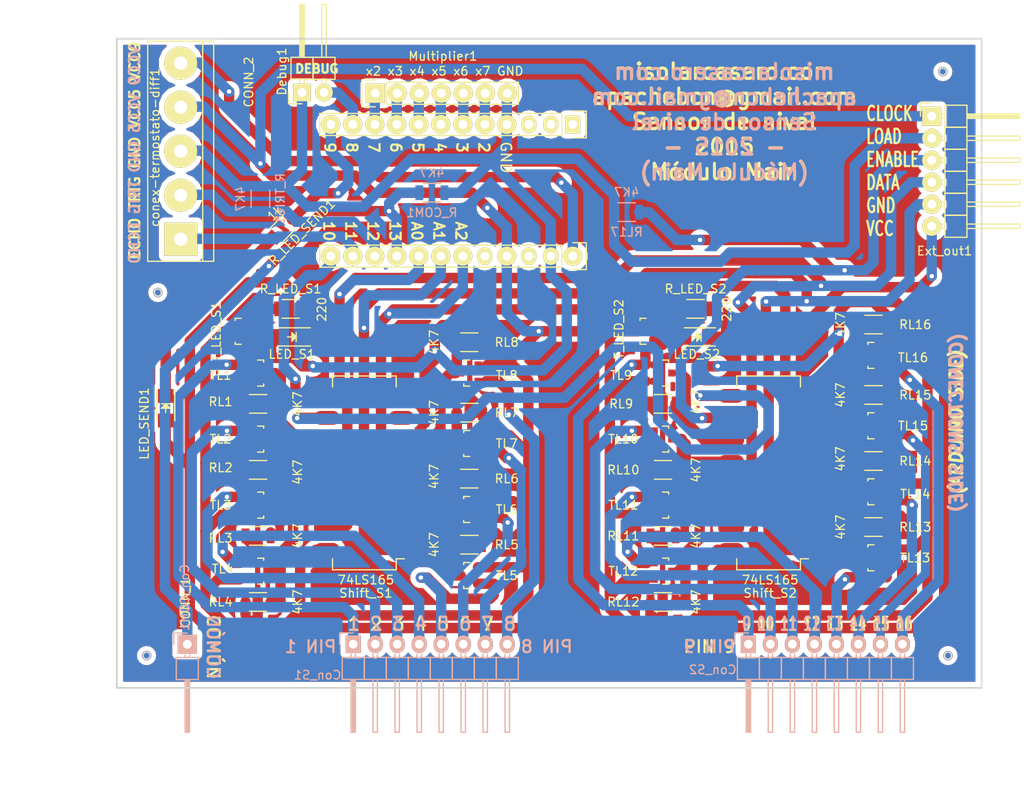
<source format=kicad_pcb>
(kicad_pcb (version 4) (host pcbnew 4.0.2+dfsg1-stable)
  (title_block (title "TERMOSTATO DIFERENCIAL NIVEL DE AGUA") (company misolarcasero.com))
  (layers (0 F.Cu mixed) (31 B.Cu mixed) (34 B.Paste user) (35 F.Paste user) (36 B.SilkS user) (37 F.SilkS user) (38 B.Mask user) (39 F.Mask user) (44 Edge.Cuts user))
  (net 0 "")
  (net 1 /L1)
  (net 2 /L2)
  (net 3 /L3)
  (net 4 /L4)
  (net 5 /L5)
  (net 6 /L6)
  (net 7 /L7)
  (net 8 /L8)
  (net 9 /S1_L1)
  (net 10 /S1_L2)
  (net 11 /S1_L3)
  (net 12 /S1_L4)
  (net 13 /S1_L5)
  (net 14 /S1_L6)
  (net 15 /S1_L7)
  (net 16 10)
  (net 17 13)
  (net 18 3)
  (net 19 4)
  (net 20 GND)
  (net 21 "Net-(Con_S1-Pad8)")
  (net 22 "Net-(LED_S1-Pad1)")
  (net 23 "Net-(LED_SEND1-Pad1)")
  (net 24 "Net-(R_LED_S1-Pad1)")
  (net 25 A2)
  (net 26 A1)
  (net 27 5)
  (net 28 /L9)
  (net 29 /L10)
  (net 30 /L11)
  (net 31 /L12)
  (net 32 /L13)
  (net 33 /L14)
  (net 34 /L15)
  (net 35 "Net-(Con_S2-Pad8)")
  (net 36 "Net-(Ext_out1-Pad3)")
  (net 37 11)
  (net 38 A0)
  (net 39 7)
  (net 40 8)
  (net 41 6)
  (net 42 9)
  (net 43 12)
  (net 44 "Net-(LED_S2-Pad1)")
  (net 45 "Net-(RL9-Pad2)")
  (net 46 "Net-(RL10-Pad2)")
  (net 47 "Net-(RL11-Pad2)")
  (net 48 "Net-(RL12-Pad2)")
  (net 49 /S2_L5)
  (net 50 /S2_L6)
  (net 51 /S2_L7)
  (net 52 /L16)
  (net 53 "Net-(R_LED_S2-Pad1)")
  (net 54 "Net-(Shift_S1-Pad10)")
  (net 55 VCC)
  (net 56 2)
  (net 57 RAW)
  (module Housings_DIP:DIP-16_W7.62mm (layer F.Cu) (at 61.544 93.304 180)
    (fp_text reference Shift_S1 (at 3.632 -4.994 180) (layer F.SilkS))
    (fp_text value 74LS165 (at 3.632 -3.47 180) (layer F.SilkS))
    (pad 1 smd oval (at -0.47 -0.01 180) (size 3 1.6) (layers F.Cu F.Paste F.Mask) (net 26 A1))
    (pad 2 smd oval (at -0.47 2.55 180) (size 3 1.6) (layers F.Cu F.Paste F.Mask) (net 25 A2))
    (pad 3 smd oval (at -0.47 5.07 180) (size 3 1.6) (layers F.Cu F.Paste F.Mask) (net 13 /S1_L5))
    (pad 4 smd oval (at -0.47 7.62 180) (size 3 1.6) (layers F.Cu F.Paste F.Mask) (net 14 /S1_L6))
    (pad 5 smd oval (at -0.47 10.17 180) (size 3 1.6) (layers F.Cu F.Paste F.Mask) (net 15 /S1_L7))
    (pad 6 smd oval (at -0.47 12.7 180) (size 3 1.6) (layers F.Cu F.Paste F.Mask) (net 8 /L8))
    (pad 7 smd oval (at -0.47 15.24 180) (size 3 1.6) (layers F.Cu F.Paste F.Mask))
    (pad 8 smd oval (at -0.47 17.78 180) (size 3 1.6) (layers F.Cu F.Paste F.Mask) (net 20 GND))
    (pad 9 smd oval (at 8.14 17.78 180) (size 3 1.6) (layers F.Cu F.Paste F.Mask) (net 16 10))
    (pad 10 smd oval (at 8.13 15.24 180) (size 3 1.6) (layers F.Cu F.Paste F.Mask) (net 54 "Net-(Shift_S1-Pad10)"))
    (pad 11 smd oval (at 8.13 12.7 180) (size 3 1.6) (layers F.Cu F.Paste F.Mask) (net 9 /S1_L1))
    (pad 12 smd oval (at 8.13 10.16 180) (size 3 1.6) (layers F.Cu F.Paste F.Mask) (net 10 /S1_L2))
    (pad 13 smd oval (at 8.13 7.62 180) (size 3 1.6) (layers F.Cu F.Paste F.Mask) (net 11 /S1_L3))
    (pad 14 smd oval (at 8.13 5.08 180) (size 3 1.6) (layers F.Cu F.Paste F.Mask) (net 12 /S1_L4))
    (pad 15 smd oval (at 8.13 2.54 180) (size 3 1.6) (layers F.Cu F.Paste F.Mask) (net 38 A0))
    (pad 16 smd oval (at 8.13 0 180) (size 3 1.6) (layers F.Cu F.Paste F.Mask) (net 55 VCC))
  )
  (module Housings_DIP:DIP-16_W7.62mm (layer F.Cu) (at 108.204 93.304 180)
    (fp_text reference Shift_S2 (at 3.632 -4.994 180) (layer F.SilkS))
    (fp_text value 74LS165 (at 3.632 -3.47 180) (layer F.SilkS))
    (pad 1 smd oval (at -0.47 -0.01 180) (size 3 1.6) (layers F.Cu F.Paste F.Mask) (net 26 A1))
    (pad 2 smd oval (at -0.47 2.55 180) (size 3 1.6) (layers F.Cu F.Paste F.Mask) (net 25 A2))
    (pad 3 smd oval (at -0.47 5.07 180) (size 3 1.6) (layers F.Cu F.Paste F.Mask) (net 49 /S2_L5))
    (pad 4 smd oval (at -0.47 7.62 180) (size 3 1.6) (layers F.Cu F.Paste F.Mask) (net 50 /S2_L6))
    (pad 5 smd oval (at -0.47 10.17 180) (size 3 1.6) (layers F.Cu F.Paste F.Mask) (net 51 /S2_L7))
    (pad 6 smd oval (at -0.47 12.7 180) (size 3 1.6) (layers F.Cu F.Paste F.Mask) (net 52 /L16))
    (pad 7 smd oval (at -0.47 15.24 180) (size 3 1.6) (layers F.Cu F.Paste F.Mask))
    (pad 8 smd oval (at -0.47 17.78 180) (size 3 1.6) (layers F.Cu F.Paste F.Mask) (net 20 GND))
    (pad 9 smd oval (at 8.14 17.78 180) (size 3 1.6) (layers F.Cu F.Paste F.Mask) (net 54 "Net-(Shift_S1-Pad10)"))
    (pad 10 smd oval (at 8.13 15.24 180) (size 3 1.6) (layers F.Cu F.Paste F.Mask) (net 36 "Net-(Ext_out1-Pad3)"))
    (pad 11 smd oval (at 8.13 12.7 180) (size 3 1.6) (layers F.Cu F.Paste F.Mask) (net 45 "Net-(RL9-Pad2)"))
    (pad 12 smd oval (at 8.13 10.16 180) (size 3 1.6) (layers F.Cu F.Paste F.Mask) (net 46 "Net-(RL10-Pad2)"))
    (pad 13 smd oval (at 8.13 7.62 180) (size 3 1.6) (layers F.Cu F.Paste F.Mask) (net 47 "Net-(RL11-Pad2)"))
    (pad 14 smd oval (at 8.13 5.08 180) (size 3 1.6) (layers F.Cu F.Paste F.Mask) (net 48 "Net-(RL12-Pad2)"))
    (pad 15 smd oval (at 8.13 2.54 180) (size 3 1.6) (layers F.Cu F.Paste F.Mask) (net 38 A0))
    (pad 16 smd oval (at 8.13 0 180) (size 3 1.6) (layers F.Cu F.Paste F.Mask) (net 55 VCC))
  )
  (module LEDs:LED-1206 (layer F.Cu) (at 96.106 68.72 180)
    (fp_text reference LED_S2 (at 0 -2 180) (layer F.SilkS))
    (fp_text value LED)
    (pad 2 smd rect (at 1.41986 0) (size 1.59766 1.80086) (layers F.Cu F.Paste F.Mask) (net 20 GND))
    (pad 1 smd rect (at -1.41986 0) (size 1.59766 1.80086) (layers F.Cu F.Paste F.Mask) (net 44 "Net-(LED_S2-Pad1)"))
  )
  (module Resistors_SMD:R_1206 (layer F.Cu) (at 116.5 67.294)
    (fp_text reference RL16 (at 4.822 0.008 180) (layer F.SilkS))
    (fp_text value 4K7 (at -3.814 0.008 90) (layer F.SilkS))
    (pad 1 smd rect (at -1.45 0) (size 0.9 1.7) (layers F.Cu F.Paste F.Mask) (net 52 /L16))
    (pad 2 smd rect (at 1.45 0) (size 0.9 1.7) (layers F.Cu F.Paste F.Mask) (net 20 GND))
  )
  (module Resistors_SMD:R_1206 (layer F.Cu) (at 95.966 65.48)
    (fp_text reference R_LED_S2 (at 0 -2.3) (layer F.SilkS))
    (fp_text value 220 (at 3.602 0.052 90) (layer F.SilkS))
    (pad 1 smd rect (at -1.45 0) (size 0.9 1.7) (layers F.Cu F.Paste F.Mask) (net 53 "Net-(R_LED_S2-Pad1)"))
    (pad 2 smd rect (at 1.45 0) (size 0.9 1.7) (layers F.Cu F.Paste F.Mask) (net 44 "Net-(LED_S2-Pad1)"))
  )
  (module Resistors_SMD:R_1206 (layer F.Cu) (at 92.206 99.31)
    (fp_text reference RL12 (at -4.576 0.004 180) (layer F.SilkS))
    (fp_text value 4K7 (at 3.806 0.004 90) (layer F.SilkS))
    (pad 1 smd rect (at -1.45 0) (size 0.9 1.7) (layers F.Cu F.Paste F.Mask) (net 20 GND))
    (pad 2 smd rect (at 1.45 0) (size 0.9 1.7) (layers F.Cu F.Paste F.Mask) (net 48 "Net-(RL12-Pad2)"))
  )
  (module Resistors_SMD:R_1206 (layer F.Cu) (at 92.206 91.686)
    (fp_text reference RL11 (at -4.576 0.008 180) (layer F.SilkS))
    (fp_text value 4K7 (at 3.806 0.008 90) (layer F.SilkS))
    (pad 1 smd rect (at -1.45 0) (size 0.9 1.7) (layers F.Cu F.Paste F.Mask) (net 20 GND))
    (pad 2 smd rect (at 1.45 0) (size 0.9 1.7) (layers F.Cu F.Paste F.Mask) (net 47 "Net-(RL11-Pad2)"))
  )
  (module Resistors_SMD:R_1206 (layer F.Cu) (at 92.206 84.066)
    (fp_text reference RL10 (at -4.576 0.008 180) (layer F.SilkS))
    (fp_text value 4K7 (at 3.806 0.008 90) (layer F.SilkS))
    (pad 1 smd rect (at -1.45 0) (size 0.9 1.7) (layers F.Cu F.Paste F.Mask) (net 20 GND))
    (pad 2 smd rect (at 1.45 0) (size 0.9 1.7) (layers F.Cu F.Paste F.Mask) (net 46 "Net-(RL10-Pad2)"))
  )
  (module Resistors_SMD:R_1206 (layer F.Cu) (at 92.206 76.446)
    (fp_text reference RL9 (at -4.83 0.008 180) (layer F.SilkS))
    (fp_text value 4K7 (at 3.806 -0.246 90) (layer F.SilkS))
    (pad 1 smd rect (at -1.45 0) (size 0.9 1.7) (layers F.Cu F.Paste F.Mask) (net 20 GND))
    (pad 2 smd rect (at 1.45 0) (size 0.9 1.7) (layers F.Cu F.Paste F.Mask) (net 45 "Net-(RL9-Pad2)"))
  )
  (module Resistors_SMD:R_1206 (layer F.Cu) (at 116.5 75.422)
    (fp_text reference RL15 (at 4.822 0.008 180) (layer F.SilkS))
    (fp_text value 4K7 (at -3.814 0.008 90) (layer F.SilkS))
    (pad 1 smd rect (at -1.45 0) (size 0.9 1.7) (layers F.Cu F.Paste F.Mask) (net 51 /S2_L7))
    (pad 2 smd rect (at 1.45 0) (size 0.9 1.7) (layers F.Cu F.Paste F.Mask) (net 20 GND))
  )
  (module Resistors_SMD:R_1206 (layer F.Cu) (at 116.5 83.042)
    (fp_text reference RL14 (at 4.822 0.008 180) (layer F.SilkS))
    (fp_text value 4K7 (at -3.814 -0.246 90) (layer F.SilkS))
    (pad 1 smd rect (at -1.45 0) (size 0.9 1.7) (layers F.Cu F.Paste F.Mask) (net 50 /S2_L6))
    (pad 2 smd rect (at 1.45 0) (size 0.9 1.7) (layers F.Cu F.Paste F.Mask) (net 20 GND))
  )
  (module Resistors_SMD:R_1206 (layer F.Cu) (at 116.5 90.662)
    (fp_text reference RL13 (at 4.822 0.008 180) (layer F.SilkS))
    (fp_text value 4K7 (at -3.814 0.008 90) (layer F.SilkS))
    (pad 1 smd rect (at -1.45 0) (size 0.9 1.7) (layers F.Cu F.Paste F.Mask) (net 49 /S2_L5))
    (pad 2 smd rect (at 1.45 0) (size 0.9 1.7) (layers F.Cu F.Paste F.Mask) (net 20 GND))
  )
  (module Housings_SOT-23_SOT-143_TSOT-6:SOT-23 (layer F.Cu) (at 92.206 72.89 270)
    (fp_text reference TL9 (at 0.262 4.83 360) (layer F.SilkS))
    (fp_text value BC849 hide)
    (pad 1 smd rect (at -0.95 1.00076 270) (size 0.8001 0.8001) (layers F.Cu F.Paste F.Mask) (net 28 /L9))
    (pad 2 smd rect (at 0.95 1.00076 270) (size 0.8001 0.8001) (layers F.Cu F.Paste F.Mask) (net 55 VCC))
    (pad 3 smd rect (at 0 -0.99822 270) (size 0.8001 0.8001) (layers F.Cu F.Paste F.Mask) (net 45 "Net-(RL9-Pad2)"))
  )
  (module Housings_SOT-23_SOT-143_TSOT-6:SOT-23 (layer F.Cu) (at 92.206 80.51 270)
    (fp_text reference TL10 (at 0.008 4.576 360) (layer F.SilkS))
    (fp_text value BC849 hide)
    (pad 1 smd rect (at -0.95 1.00076 270) (size 0.8001 0.8001) (layers F.Cu F.Paste F.Mask) (net 29 /L10))
    (pad 2 smd rect (at 0.95 1.00076 270) (size 0.8001 0.8001) (layers F.Cu F.Paste F.Mask) (net 55 VCC))
    (pad 3 smd rect (at 0 -0.99822 270) (size 0.8001 0.8001) (layers F.Cu F.Paste F.Mask) (net 46 "Net-(RL10-Pad2)"))
  )
  (module Housings_SOT-23_SOT-143_TSOT-6:SOT-23 (layer F.Cu) (at 92.206 88.13 270)
    (fp_text reference TL11 (at 0.008 4.576 360) (layer F.SilkS))
    (fp_text value BC849 hide)
    (pad 1 smd rect (at -0.95 1.00076 270) (size 0.8001 0.8001) (layers F.Cu F.Paste F.Mask) (net 30 /L11))
    (pad 2 smd rect (at 0.95 1.00076 270) (size 0.8001 0.8001) (layers F.Cu F.Paste F.Mask) (net 55 VCC))
    (pad 3 smd rect (at 0 -0.99822 270) (size 0.8001 0.8001) (layers F.Cu F.Paste F.Mask) (net 47 "Net-(RL11-Pad2)"))
  )
  (module Housings_SOT-23_SOT-143_TSOT-6:SOT-23 (layer F.Cu) (at 116.5 86.598 90)
    (fp_text reference TL14 (at -0.262 4.822 180) (layer F.SilkS))
    (fp_text value BC849 hide)
    (pad 1 smd rect (at -0.95 1.00076 90) (size 0.8001 0.8001) (layers F.Cu F.Paste F.Mask) (net 33 /L14))
    (pad 2 smd rect (at 0.95 1.00076 90) (size 0.8001 0.8001) (layers F.Cu F.Paste F.Mask) (net 55 VCC))
    (pad 3 smd rect (at 0 -0.99822 90) (size 0.8001 0.8001) (layers F.Cu F.Paste F.Mask) (net 50 /S2_L6))
  )
  (module Housings_SOT-23_SOT-143_TSOT-6:SOT-23 (layer F.Cu) (at 116.5 78.978 90)
    (fp_text reference TL15 (at -0.008 4.568 180) (layer F.SilkS))
    (fp_text value BC849 hide)
    (pad 1 smd rect (at -0.95 1.00076 90) (size 0.8001 0.8001) (layers F.Cu F.Paste F.Mask) (net 34 /L15))
    (pad 2 smd rect (at 0.95 1.00076 90) (size 0.8001 0.8001) (layers F.Cu F.Paste F.Mask) (net 55 VCC))
    (pad 3 smd rect (at 0 -0.99822 90) (size 0.8001 0.8001) (layers F.Cu F.Paste F.Mask) (net 51 /S2_L7))
  )
  (module Housings_SOT-23_SOT-143_TSOT-6:SOT-23 (layer F.Cu) (at 116.5 70.85 90)
    (fp_text reference TL16 (at -0.262 4.568 180) (layer F.SilkS))
    (fp_text value BC849 hide)
    (pad 1 smd rect (at -0.95 1.00076 90) (size 0.8001 0.8001) (layers F.Cu F.Paste F.Mask) (net 35 "Net-(Con_S2-Pad8)"))
    (pad 2 smd rect (at 0.95 1.00076 90) (size 0.8001 0.8001) (layers F.Cu F.Paste F.Mask) (net 55 VCC))
    (pad 3 smd rect (at 0 -0.99822 90) (size 0.8001 0.8001) (layers F.Cu F.Paste F.Mask) (net 52 /L16))
  )
  (module Housings_SOT-23_SOT-143_TSOT-6:SOT-23 (layer F.Cu) (at 90.206 68.07 90)
    (fp_text reference T_LED_S2 (at 0.252 -3.084 90) (layer F.SilkS))
    (fp_text value BC849 hide)
    (pad 1 smd rect (at -0.95 1.00076 90) (size 0.8001 0.8001) (layers F.Cu F.Paste F.Mask) (net 28 /L9))
    (pad 2 smd rect (at 0.95 1.00076 90) (size 0.8001 0.8001) (layers F.Cu F.Paste F.Mask) (net 53 "Net-(R_LED_S2-Pad1)"))
    (pad 3 smd rect (at 0 -0.99822 90) (size 0.8001 0.8001) (layers F.Cu F.Paste F.Mask) (net 55 VCC))
  )
  (module Housings_SOT-23_SOT-143_TSOT-6:SOT-23 (layer F.Cu) (at 92.206 95.75 270)
    (fp_text reference TL12 (at 0.008 4.576 360) (layer F.SilkS))
    (fp_text value BC849 hide)
    (pad 1 smd rect (at -0.95 1.00076 270) (size 0.8001 0.8001) (layers F.Cu F.Paste F.Mask) (net 31 /L12))
    (pad 2 smd rect (at 0.95 1.00076 270) (size 0.8001 0.8001) (layers F.Cu F.Paste F.Mask) (net 55 VCC))
    (pad 3 smd rect (at 0 -0.99822 270) (size 0.8001 0.8001) (layers F.Cu F.Paste F.Mask) (net 48 "Net-(RL12-Pad2)"))
  )
  (module Housings_SOT-23_SOT-143_TSOT-6:SOT-23 (layer F.Cu) (at 116.5 94.218 90)
    (fp_text reference TL13 (at -0.008 4.822 180) (layer F.SilkS))
    (fp_text value BC849 hide)
    (pad 1 smd rect (at -0.95 1.00076 90) (size 0.8001 0.8001) (layers F.Cu F.Paste F.Mask) (net 32 /L13))
    (pad 2 smd rect (at 0.95 1.00076 90) (size 0.8001 0.8001) (layers F.Cu F.Paste F.Mask) (net 55 VCC))
    (pad 3 smd rect (at 0 -0.99822 90) (size 0.8001 0.8001) (layers F.Cu F.Paste F.Mask) (net 49 /S2_L5))
  )
  (module Housings_SOT-23_SOT-143_TSOT-6:SOT-23 (layer F.Cu) (at 69.854 96.258 90)
    (fp_text reference TL5 (at -0.008 4.314 180) (layer F.SilkS))
    (fp_text value BC849 hide)
    (pad 1 smd rect (at -0.95 1.00076 90) (size 0.8001 0.8001) (layers F.Cu F.Paste F.Mask) (net 5 /L5))
    (pad 2 smd rect (at 0.95 1.00076 90) (size 0.8001 0.8001) (layers F.Cu F.Paste F.Mask) (net 55 VCC))
    (pad 3 smd rect (at 0 -0.99822 90) (size 0.8001 0.8001) (layers F.Cu F.Paste F.Mask) (net 13 /S1_L5))
  )
  (module Housings_SOT-23_SOT-143_TSOT-6:SOT-23 (layer F.Cu) (at 45.47 95.75 270)
    (fp_text reference TL4 (at -0.246 4.068 360) (layer F.SilkS))
    (fp_text value BC849 hide)
    (pad 1 smd rect (at -0.95 1.00076 270) (size 0.8001 0.8001) (layers F.Cu F.Paste F.Mask) (net 4 /L4))
    (pad 2 smd rect (at 0.95 1.00076 270) (size 0.8001 0.8001) (layers F.Cu F.Paste F.Mask) (net 55 VCC))
    (pad 3 smd rect (at 0 -0.99822 270) (size 0.8001 0.8001) (layers F.Cu F.Paste F.Mask) (net 12 /S1_L4))
  )
  (module Housings_SOT-23_SOT-143_TSOT-6:SOT-23 (layer F.Cu) (at 43.47 68.07 90)
    (fp_text reference T_LED_S1 (at -0.002 -2.83 90) (layer F.SilkS))
    (fp_text value BC337 hide)
    (pad 1 smd rect (at -0.95 1.00076 90) (size 0.8001 0.8001) (layers F.Cu F.Paste F.Mask) (net 1 /L1))
    (pad 2 smd rect (at 0.95 1.00076 90) (size 0.8001 0.8001) (layers F.Cu F.Paste F.Mask) (net 24 "Net-(R_LED_S1-Pad1)"))
    (pad 3 smd rect (at 0 -0.99822 90) (size 0.8001 0.8001) (layers F.Cu F.Paste F.Mask) (net 55 VCC))
  )
  (module Housings_SOT-23_SOT-143_TSOT-6:SOT-23 (layer F.Cu) (at 69.854 72.89 90)
    (fp_text reference TL8 (at -0.262 4.314 180) (layer F.SilkS))
    (fp_text value BC849 hide)
    (pad 1 smd rect (at -0.95 1.00076 90) (size 0.8001 0.8001) (layers F.Cu F.Paste F.Mask) (net 21 "Net-(Con_S1-Pad8)"))
    (pad 2 smd rect (at 0.95 1.00076 90) (size 0.8001 0.8001) (layers F.Cu F.Paste F.Mask) (net 55 VCC))
    (pad 3 smd rect (at 0 -0.99822 90) (size 0.8001 0.8001) (layers F.Cu F.Paste F.Mask) (net 8 /L8))
  )
  (module Housings_SOT-23_SOT-143_TSOT-6:SOT-23 (layer F.Cu) (at 69.854 81.018 90)
    (fp_text reference TL7 (at -0.008 4.314 180) (layer F.SilkS))
    (fp_text value BC849 hide)
    (pad 1 smd rect (at -0.95 1.00076 90) (size 0.8001 0.8001) (layers F.Cu F.Paste F.Mask) (net 7 /L7))
    (pad 2 smd rect (at 0.95 1.00076 90) (size 0.8001 0.8001) (layers F.Cu F.Paste F.Mask) (net 55 VCC))
    (pad 3 smd rect (at 0 -0.99822 90) (size 0.8001 0.8001) (layers F.Cu F.Paste F.Mask) (net 15 /S1_L7))
  )
  (module Housings_SOT-23_SOT-143_TSOT-6:SOT-23 (layer F.Cu) (at 69.854 88.638 90)
    (fp_text reference TL6 (at -0.008 4.314 180) (layer F.SilkS))
    (fp_text value BC849 hide)
    (pad 1 smd rect (at -0.95 1.00076 90) (size 0.8001 0.8001) (layers F.Cu F.Paste F.Mask) (net 6 /L6))
    (pad 2 smd rect (at 0.95 1.00076 90) (size 0.8001 0.8001) (layers F.Cu F.Paste F.Mask) (net 55 VCC))
    (pad 3 smd rect (at 0 -0.99822 90) (size 0.8001 0.8001) (layers F.Cu F.Paste F.Mask) (net 14 /S1_L6))
  )
  (module Housings_SOT-23_SOT-143_TSOT-6:SOT-23 (layer F.Cu) (at 45.47 88.13 270)
    (fp_text reference TL3 (at 0.008 4.322 360) (layer F.SilkS))
    (fp_text value BC849 hide)
    (pad 1 smd rect (at -0.95 1.00076 270) (size 0.8001 0.8001) (layers F.Cu F.Paste F.Mask) (net 3 /L3))
    (pad 2 smd rect (at 0.95 1.00076 270) (size 0.8001 0.8001) (layers F.Cu F.Paste F.Mask) (net 55 VCC))
    (pad 3 smd rect (at 0 -0.99822 270) (size 0.8001 0.8001) (layers F.Cu F.Paste F.Mask) (net 11 /S1_L3))
  )
  (module Housings_SOT-23_SOT-143_TSOT-6:SOT-23 (layer F.Cu) (at 45.47 80.51 270)
    (fp_text reference TL2 (at 0.008 4.322 360) (layer F.SilkS))
    (fp_text value BC849 hide)
    (pad 1 smd rect (at -0.95 1.00076 270) (size 0.8001 0.8001) (layers F.Cu F.Paste F.Mask) (net 2 /L2))
    (pad 2 smd rect (at 0.95 1.00076 270) (size 0.8001 0.8001) (layers F.Cu F.Paste F.Mask) (net 55 VCC))
    (pad 3 smd rect (at 0 -0.99822 270) (size 0.8001 0.8001) (layers F.Cu F.Paste F.Mask) (net 10 /S1_L2))
  )
  (module Housings_SOT-23_SOT-143_TSOT-6:SOT-23 (layer F.Cu) (at 45.47 72.89 270)
    (fp_text reference TL1 (at 0.262 4.322 360) (layer F.SilkS))
    (fp_text value BC849 hide)
    (pad 1 smd rect (at -0.95 1.00076 270) (size 0.8001 0.8001) (layers F.Cu F.Paste F.Mask) (net 1 /L1))
    (pad 2 smd rect (at 0.95 1.00076 270) (size 0.8001 0.8001) (layers F.Cu F.Paste F.Mask) (net 55 VCC))
    (pad 3 smd rect (at 0 -0.99822 270) (size 0.8001 0.8001) (layers F.Cu F.Paste F.Mask) (net 9 /S1_L1))
  )
  (module Resistors_SMD:R_1206 (layer F.Cu) (at 69.854 92.702)
    (fp_text reference RL5 (at 4.314 0.008 180) (layer F.SilkS))
    (fp_text value 4K7 (at -4.068 0.008 90) (layer F.SilkS))
    (pad 1 smd rect (at -1.45 0) (size 0.9 1.7) (layers F.Cu F.Paste F.Mask) (net 13 /S1_L5))
    (pad 2 smd rect (at 1.45 0) (size 0.9 1.7) (layers F.Cu F.Paste F.Mask) (net 20 GND))
  )
  (module Resistors_SMD:R_1206 (layer F.Cu) (at 69.854 85.082)
    (fp_text reference RL6 (at 4.314 0.008 180) (layer F.SilkS))
    (fp_text value 4K7 (at -4.068 -0.246 90) (layer F.SilkS))
    (pad 1 smd rect (at -1.45 0) (size 0.9 1.7) (layers F.Cu F.Paste F.Mask) (net 14 /S1_L6))
    (pad 2 smd rect (at 1.45 0) (size 0.9 1.7) (layers F.Cu F.Paste F.Mask) (net 20 GND))
  )
  (module Resistors_SMD:R_1206 (layer F.Cu) (at 69.854 77.462)
    (fp_text reference RL7 (at 4.314 0.008 180) (layer F.SilkS))
    (fp_text value 4K7 (at -4.068 0.008 90) (layer F.SilkS))
    (pad 1 smd rect (at -1.45 0) (size 0.9 1.7) (layers F.Cu F.Paste F.Mask) (net 15 /S1_L7))
    (pad 2 smd rect (at 1.45 0) (size 0.9 1.7) (layers F.Cu F.Paste F.Mask) (net 20 GND))
  )
  (module Resistors_SMD:R_1206 (layer F.Cu) (at 45.47 76.446)
    (fp_text reference RL1 (at -4.322 -0.246 180) (layer F.SilkS))
    (fp_text value 4K7 (at 4.568 0.008 90) (layer F.SilkS))
    (pad 1 smd rect (at -1.45 0) (size 0.9 1.7) (layers F.Cu F.Paste F.Mask) (net 20 GND))
    (pad 2 smd rect (at 1.45 0) (size 0.9 1.7) (layers F.Cu F.Paste F.Mask) (net 9 /S1_L1))
  )
  (module Resistors_SMD:R_1206 (layer F.Cu) (at 45.47 84.066)
    (fp_text reference RL2 (at -4.322 -0.246 180) (layer F.SilkS))
    (fp_text value 4K7 (at 4.568 0.262 90) (layer F.SilkS))
    (pad 1 smd rect (at -1.45 0) (size 0.9 1.7) (layers F.Cu F.Paste F.Mask) (net 20 GND))
    (pad 2 smd rect (at 1.45 0) (size 0.9 1.7) (layers F.Cu F.Paste F.Mask) (net 10 /S1_L2))
  )
  (module Resistors_SMD:R_1206 (layer F.Cu) (at 45.47 91.686)
    (fp_text reference RL3 (at -4.322 0.262 180) (layer F.SilkS))
    (fp_text value 4K7 (at 4.568 0.008 90) (layer F.SilkS))
    (pad 1 smd rect (at -1.45 0) (size 0.9 1.7) (layers F.Cu F.Paste F.Mask) (net 20 GND))
    (pad 2 smd rect (at 1.45 0) (size 0.9 1.7) (layers F.Cu F.Paste F.Mask) (net 11 /S1_L3))
  )
  (module Resistors_SMD:R_1206 (layer F.Cu) (at 45.47 99.31)
    (fp_text reference RL4 (at -4.322 0.004 180) (layer F.SilkS))
    (fp_text value 4K7 (at 4.568 0.004 90) (layer F.SilkS))
    (pad 1 smd rect (at -1.45 0) (size 0.9 1.7) (layers F.Cu F.Paste F.Mask) (net 20 GND))
    (pad 2 smd rect (at 1.45 0) (size 0.9 1.7) (layers F.Cu F.Paste F.Mask) (net 12 /S1_L4))
  )
  (module Resistors_SMD:R_1206 (layer F.Cu) (at 49.23 65.48)
    (fp_text reference R_LED_S1 (at 0 -2.3) (layer F.SilkS))
    (fp_text value 220 (at 3.602 0.052 90) (layer F.SilkS))
    (pad 1 smd rect (at -1.45 0) (size 0.9 1.7) (layers F.Cu F.Paste F.Mask) (net 24 "Net-(R_LED_S1-Pad1)"))
    (pad 2 smd rect (at 1.45 0) (size 0.9 1.7) (layers F.Cu F.Paste F.Mask) (net 22 "Net-(LED_S1-Pad1)"))
  )
  (module Resistors_SMD:R_1206 (layer F.Cu) (at 69.854 69.334)
    (fp_text reference RL8 (at 4.314 0.008 180) (layer F.SilkS))
    (fp_text value 4K7 (at -4.068 0.008 90) (layer F.SilkS))
    (pad 1 smd rect (at -1.45 0) (size 0.9 1.7) (layers F.Cu F.Paste F.Mask) (net 8 /L8))
    (pad 2 smd rect (at 1.45 0) (size 0.9 1.7) (layers F.Cu F.Paste F.Mask) (net 20 GND))
  )
  (module Resistors_SMD:R_1206 (layer F.Cu) (at 48.36 56.19 225)
    (fp_text reference R_LED_SEND1 (at -1.226123 -1.865348 405) (layer F.SilkS))
    (fp_text value 1k (at -0.576 1.91 225) (layer F.SilkS))
    (pad 1 smd rect (at -1.45 0 225) (size 0.9 1.7) (layers F.Cu F.Paste F.Mask) (net 42 9))
    (pad 2 smd rect (at 1.45 0 225) (size 0.9 1.7) (layers F.Cu F.Paste F.Mask) (net 23 "Net-(LED_SEND1-Pad1)"))
  )
  (module Pin_Headers:Pin_Header_Straight_1x12 (layer F.Cu) (at 81.8 44.2 270)
    (fp_text reference ARDUINO_L1 hide)
    (fp_text value "ARDUINO L" hide)
    (pad 1 thru_hole rect (at 0 0 270) (size 2.032 1.7272) (drill 1.016) (layers *.Cu *.Mask F.SilkS))
    (pad 2 thru_hole oval (at 0 2.54 270) (size 2.032 1.7272) (drill 1.016) (layers *.Cu *.Mask F.SilkS))
    (pad 3 thru_hole oval (at 0 5.08 270) (size 2.032 1.7272) (drill 1.016) (layers *.Cu *.Mask F.SilkS))
    (pad 4 thru_hole circle (at 0 7.62 270) (size 2.2 2.2) (drill 1.016) (layers *.Cu *.Mask F.SilkS) (net 20 GND))
    (pad 5 thru_hole circle (at 0 10.16 270) (size 2.2 2.2) (drill 1.016) (layers *.Cu *.Mask F.SilkS) (net 56 2))
    (pad 6 thru_hole circle (at 0 12.7 270) (size 2.2 2.2) (drill 1.016) (layers *.Cu *.Mask F.SilkS) (net 18 3))
    (pad 7 thru_hole circle (at 0 15.24 270) (size 2.2 2.2) (drill 1.016) (layers *.Cu *.Mask F.SilkS) (net 19 4))
    (pad 8 thru_hole circle (at 0 17.78 270) (size 2.2 2.2) (drill 1.016) (layers *.Cu *.Mask F.SilkS) (net 27 5))
    (pad 9 thru_hole circle (at 0 20.32 270) (size 2.2 2.2) (drill 1.016) (layers *.Cu *.Mask F.SilkS) (net 41 6))
    (pad 10 thru_hole circle (at 0 22.86 270) (size 2.2 2.2) (drill 1.016) (layers *.Cu *.Mask F.SilkS) (net 39 7))
    (pad 11 thru_hole circle (at 0 25.4 270) (size 2.2 2.2) (drill 1.016) (layers *.Cu *.Mask F.SilkS) (net 40 8))
    (pad 12 thru_hole circle (at 0 27.94 270) (size 2.2 2.2) (drill 1.016) (layers *.Cu *.Mask F.SilkS) (net 42 9))
  )
  (module Pin_Headers:Pin_Header_Straight_1x12 (layer F.Cu) (at 81.8 59.4 270)
    (fp_text reference ARDUINO_R1 hide)
    (fp_text value ARDUINO_R hide)
    (pad 1 thru_hole circle (at 0 0 270) (size 2.2 2.2) (drill 1.016) (layers *.Cu *.Mask F.SilkS) (net 57 RAW))
    (pad 2 thru_hole oval (at 0 2.54 270) (size 2.032 1.7272) (drill 1.016) (layers *.Cu *.Mask F.SilkS) (net 20 GND))
    (pad 3 thru_hole oval (at 0 5.08 270) (size 2.032 1.7272) (drill 1.016) (layers *.Cu *.Mask F.SilkS))
    (pad 4 thru_hole circle (at 0 7.62 270) (size 2.2 2.2) (drill 1.016) (layers *.Cu *.Mask F.SilkS) (net 55 VCC))
    (pad 5 thru_hole oval (at 0 10.16 270) (size 2.032 1.7272) (drill 1.016) (layers *.Cu *.Mask F.SilkS))
    (pad 6 thru_hole circle (at 0 12.7 270) (size 2.2 2.2) (drill 1.016) (layers *.Cu *.Mask F.SilkS) (net 25 A2))
    (pad 7 thru_hole circle (at 0 15.24 270) (size 2.2 2.2) (drill 1.016) (layers *.Cu *.Mask F.SilkS) (net 26 A1))
    (pad 8 thru_hole circle (at 0 17.78 270) (size 2.2 2.2) (drill 1.016) (layers *.Cu *.Mask F.SilkS) (net 38 A0))
    (pad 9 thru_hole circle (at 0 20.32 270) (size 2.2 2.2) (drill 1.016) (layers *.Cu *.Mask F.SilkS) (net 17 13))
    (pad 10 thru_hole circle (at 0 22.86 270) (size 2.2 2.2) (drill 1.016) (layers *.Cu *.Mask F.SilkS) (net 43 12))
    (pad 11 thru_hole circle (at 0 25.4 270) (size 2.2 2.2) (drill 1.016) (layers *.Cu *.Mask F.SilkS) (net 37 11))
    (pad 12 thru_hole circle (at 0 27.94 270) (size 2.2 2.2) (drill 1.016) (layers *.Cu *.Mask F.SilkS) (net 16 10))
  )
  (module Resistors_SMD:R_1206 (layer B.Cu) (at 45.74 52.78 90)
    (fp_text reference R_TRIG1 (at 0 2.3 90) (layer B.SilkS) (effects (justify mirror)))
    (fp_text value 4K7 (at 0 -2.3 90) (layer B.SilkS) (effects (justify mirror)))
    (pad 1 smd rect (at -1.45 0 90) (size 0.9 1.7) (layers B.Cu B.Paste B.Mask) (net 43 12))
    (pad 2 smd rect (at 1.45 0 90) (size 0.9 1.7) (layers B.Cu B.Paste B.Mask) (net 20 GND))
  )
  (module LEDs:LED-1206 (layer F.Cu) (at 34.81 76.95 270)
    (fp_text reference LED_SEND1 (at 1.78 2.476 270) (layer F.SilkS))
    (fp_text value LED)
    (pad 2 smd rect (at 1.41986 0 90) (size 1.59766 1.80086) (layers F.Cu F.Paste F.Mask) (net 20 GND))
    (pad 1 smd rect (at -1.41986 0 90) (size 1.59766 1.80086) (layers F.Cu F.Paste F.Mask) (net 23 "Net-(LED_SEND1-Pad1)"))
  )
  (module LEDs:LED-1206 (layer F.Cu) (at 49.37 68.72 180)
    (fp_text reference LED_S1 (at 0 -2 180) (layer F.SilkS))
    (fp_text value LED hide)
    (pad 2 smd rect (at 1.41986 0) (size 1.59766 1.80086) (layers F.Cu F.Paste F.Mask) (net 20 GND))
    (pad 1 smd rect (at -1.41986 0) (size 1.59766 1.80086) (layers F.Cu F.Paste F.Mask) (net 22 "Net-(LED_S1-Pad1)"))
  )
  (module Resistors_SMD:R_1206 (layer B.Cu) (at 88.01 54.32)
    (fp_text reference RL17 (at 0 2.3) (layer B.SilkS) (effects (justify mirror)))
    (fp_text value 4K7 (at 0 -2.3) (layer B.SilkS) (effects (justify mirror)))
    (pad 1 smd rect (at -1.45 0) (size 0.9 1.7) (layers B.Cu B.Paste B.Mask) (net 20 GND))
    (pad 2 smd rect (at 1.45 0) (size 0.9 1.7) (layers B.Cu B.Paste B.Mask) (net 36 "Net-(Ext_out1-Pad3)"))
  )
  (module Pin_Headers:Pin_Header_Angled_1x06 (layer F.Cu) (at 123.22 43.25)
    (fp_text reference Ext_out1 (at 1.48 15.55) (layer F.SilkS))
    (fp_text value "Vcc Gnd Data Enable Load Clock")
    (pad 1 thru_hole rect (at 0 0) (size 2.2 2.2) (drill 1.016) (layers *.Cu *.Mask F.SilkS) (net 55 VCC))
    (pad 2 thru_hole circle (at 0 2.54) (size 2.2 2.2) (drill 1.016) (layers *.Cu *.Mask F.SilkS) (net 20 GND))
    (pad 3 thru_hole circle (at 0 5.08) (size 2.2 2.2) (drill 1.016) (layers *.Cu *.Mask F.SilkS) (net 36 "Net-(Ext_out1-Pad3)"))
    (pad 4 thru_hole circle (at 0 7.62) (size 2.2 2.2) (drill 1.016) (layers *.Cu *.Mask F.SilkS) (net 38 A0))
    (pad 5 thru_hole circle (at 0 10.16) (size 2.2 2.2) (drill 1.016) (layers *.Cu *.Mask F.SilkS) (net 26 A1))
    (pad 6 thru_hole circle (at 0 12.7) (size 2.2 2.2) (drill 1.016) (layers *.Cu *.Mask F.SilkS) (net 25 A2))
  )
  (module Pin_Headers:Pin_Header_Straight_1x07 (layer F.Cu) (at 59 40.6 90)
    (fp_text reference Multiplier1 (at 4.278 7.802 180) (layer F.SilkS))
    (fp_text value "x2 x3 x4 x5 x6 x7 GND" (at 2.55 8 180) (layer F.SilkS))
    (pad 1 thru_hole rect (at 0 0 90) (size 2.2 2.2) (drill 1.016) (layers *.Cu *.Mask F.SilkS) (net 39 7))
    (pad 2 thru_hole circle (at 0 2.54 90) (size 2.2 2.2) (drill 1.016) (layers *.Cu *.Mask F.SilkS) (net 41 6))
    (pad 3 thru_hole circle (at 0 5.08 90) (size 2.2 2.2) (drill 1.016) (layers *.Cu *.Mask F.SilkS) (net 27 5))
    (pad 4 thru_hole circle (at 0 7.62 90) (size 2.2 2.2) (drill 1.016) (layers *.Cu *.Mask F.SilkS) (net 19 4))
    (pad 5 thru_hole circle (at 0 10.16 90) (size 2.2 2.2) (drill 1.016) (layers *.Cu *.Mask F.SilkS) (net 18 3))
    (pad 6 thru_hole circle (at 0 12.7 90) (size 2.2 2.2) (drill 1.016) (layers *.Cu *.Mask F.SilkS) (net 56 2))
    (pad 7 thru_hole circle (at 0 15.24 90) (size 2.2 2.2) (drill 1.016) (layers *.Cu *.Mask F.SilkS) (net 20 GND))
  )
  (module Pin_Headers:Pin_Header_Angled_1x01 (layer B.Cu) (at 37.3 104.2 270)
    (fp_text reference Con_COM1 (at -5.4 0.3 270) (layer B.SilkS) (effects (justify mirror)))
    (fp_text value CONN_1 (at -4.8 0.2 450) (layer F.SilkS))
    (pad 1 thru_hole rect (at 0 0 270) (size 2.2352 2.2352) (drill 1.016) (layers *.Cu *.Mask B.SilkS) (net 17 13))
  )
  (module Pin_Headers:Pin_Header_Angled_1x02 (layer F.Cu) (at 50.54 40.51 90)
    (fp_text reference Debug1 (at 2.42 -2.32 90) (layer F.SilkS))
    (fp_text value CONN_2 (at 1.21 -6.14 90) (layer F.SilkS))
    (pad 1 thru_hole rect (at 0 0 90) (size 2.032 2.032) (drill 1.016) (layers *.Cu *.Mask F.SilkS) (net 20 GND))
    (pad 2 thru_hole oval (at 0 2.54 90) (size 2.032 2.032) (drill 1.016) (layers *.Cu *.Mask F.SilkS) (net 40 8))
  )
  (module Pin_Headers:Pin_Header_Angled_1x08 (layer B.Cu) (at 56.45 104.19 270)
    (fp_text reference Con_S1 (at 3.56 4.12 360) (layer B.SilkS) (effects (justify mirror)))
    (fp_text value CONN_1)
    (pad 1 thru_hole rect (at 0 0 270) (size 2.032 1.7272) (drill 1.016) (layers *.Cu *.Mask B.SilkS) (net 1 /L1))
    (pad 2 thru_hole oval (at 0 -2.54 270) (size 2.032 1.7272) (drill 1.016) (layers *.Cu *.Mask B.SilkS) (net 2 /L2))
    (pad 3 thru_hole oval (at 0 -5.08 270) (size 2.032 1.7272) (drill 1.016) (layers *.Cu *.Mask B.SilkS) (net 3 /L3))
    (pad 4 thru_hole oval (at 0 -7.62 270) (size 2.032 1.7272) (drill 1.016) (layers *.Cu *.Mask B.SilkS) (net 4 /L4))
    (pad 5 thru_hole oval (at 0 -10.16 270) (size 2.032 1.7272) (drill 1.016) (layers *.Cu *.Mask B.SilkS) (net 5 /L5))
    (pad 6 thru_hole oval (at 0 -12.7 270) (size 2.032 1.7272) (drill 1.016) (layers *.Cu *.Mask B.SilkS) (net 6 /L6))
    (pad 7 thru_hole oval (at 0 -15.24 270) (size 2.032 1.7272) (drill 1.016) (layers *.Cu *.Mask B.SilkS) (net 7 /L7))
    (pad 8 thru_hole oval (at 0 -17.78 270) (size 2.032 1.7272) (drill 1.016) (layers *.Cu *.Mask B.SilkS) (net 21 "Net-(Con_S1-Pad8)"))
  )
  (module Pin_Headers:Pin_Header_Angled_1x08 (layer B.Cu) (at 102.06 104.19 270)
    (fp_text reference Con_S2 (at 2.94 4.12 360) (layer B.SilkS) (effects (justify mirror)))
    (fp_text value CONN_2)
    (pad 1 thru_hole rect (at 0 0 270) (size 2.032 1.7272) (drill 1.016) (layers *.Cu *.Mask B.SilkS) (net 28 /L9))
    (pad 2 thru_hole oval (at 0 -2.54 270) (size 2.032 1.7272) (drill 1.016) (layers *.Cu *.Mask B.SilkS) (net 29 /L10))
    (pad 3 thru_hole oval (at 0 -5.08 270) (size 2.032 1.7272) (drill 1.016) (layers *.Cu *.Mask B.SilkS) (net 30 /L11))
    (pad 4 thru_hole oval (at 0 -7.62 270) (size 2.032 1.7272) (drill 1.016) (layers *.Cu *.Mask B.SilkS) (net 31 /L12))
    (pad 5 thru_hole oval (at 0 -10.16 270) (size 2.032 1.7272) (drill 1.016) (layers *.Cu *.Mask B.SilkS) (net 32 /L13))
    (pad 6 thru_hole oval (at 0 -12.7 270) (size 2.032 1.7272) (drill 1.016) (layers *.Cu *.Mask B.SilkS) (net 33 /L14))
    (pad 7 thru_hole oval (at 0 -15.24 270) (size 2.032 1.7272) (drill 1.016) (layers *.Cu *.Mask B.SilkS) (net 34 /L15))
    (pad 8 thru_hole oval (at 0 -17.78 270) (size 2.032 1.7272) (drill 1.016) (layers *.Cu *.Mask B.SilkS) (net 35 "Net-(Con_S2-Pad8)"))
  )
  (module Connect:bornier5 (layer F.Cu) (at 36.54 47.29 90)
    (fp_text reference conex-termostato-diff1 (at 0.43 -2.97 90) (layer F.SilkS))
    (fp_text value "+9 +5 GND TRIG ECHO")
    (pad 2 thru_hole circle (at -5.08 0 90) (size 3.81 3.81) (drill 1.524) (layers *.Cu *.Mask F.SilkS) (net 43 12))
    (pad 3 thru_hole circle (at 0 0 90) (size 3.81 3.81) (drill 1.524) (layers *.Cu *.Mask F.SilkS) (net 20 GND))
    (pad 1 thru_hole rect (at -10.16 0 90) (size 3.81 3.81) (drill 1.524) (layers *.Cu *.Mask F.SilkS) (net 37 11))
    (pad 4 thru_hole circle (at 5.08 0 90) (size 3.81 3.81) (drill 1.524) (layers *.Cu *.Mask F.SilkS) (net 55 VCC))
    (pad 5 thru_hole circle (at 10.16 0 90) (size 3.81 3.81) (drill 1.524) (layers *.Cu *.Mask F.SilkS) (net 57 RAW))
  )
  (module Resistors_SMD:R_1206 (layer B.Cu) (at 65.53 52.08)
    (fp_text reference R_COM1 (at 0 2.3) (layer B.SilkS) (effects (justify mirror)))
    (fp_text value 4K7 (at 0 -2.3) (layer B.SilkS) (effects (justify mirror)))
    (pad 1 smd rect (at -1.45 0) (size 0.9 1.7) (layers B.Cu B.Paste B.Mask) (net 17 13))
    (pad 2 smd rect (at 1.45 0) (size 0.9 1.7) (layers B.Cu B.Paste B.Mask) (net 20 GND))
  )
  (gr_circle (center 33.9 63.6) (end 34.3 63.7) (layer Edge.Cuts) (width 0.2))
  (gr_text COMÚN (at 40.3 104.5 270) (layer B.SilkS) (effects (font (size 1.4 1.4) (thickness 0.25)) (justify mirror)))
  (gr_text COMÚN (at 40.3 104.5 270) (layer F.SilkS) (effects (font (size 1.4 1.4) (thickness 0.25))))
  (gr_circle (center 32.6 105.5) (end 33 105.6) (layer Edge.Cuts) (width 0.2))
  (gr_circle (center 125.1 105.5) (end 125.5 105.6) (layer Edge.Cuts) (width 0.2))
  (gr_circle (center 124.5 38.1) (end 124.9 38.2) (layer Edge.Cuts) (width 0.2))
  (gr_text "misolarcasero.com\napachebcn@gmail.com\nSensor de nivel\n- 2015 -\n(Módulo Main)" (at 99.28 43.92) (layer B.SilkS) (effects (font (size 1.8 1.8) (thickness 0.35)) (justify mirror)))
  (gr_text "misolarcasero.com\napachebcn@gmail.com\nSensor de nivel\n- 2015 -\n(Módulo Main)" (at 99.3 43.87) (layer F.SilkS) (effects (font (size 1.8 1.8) (thickness 0.35))))
  (gr_text "(ARDUINO SIDE)" (at 126.07 78.57 90) (layer F.SilkS) (effects (font (size 1.4 1.4) (thickness 0.35) italic)))
  (gr_text "PIN 9" (at 97.57 104.47) (layer F.SilkS) (effects (font (size 1.4 1.4) (thickness 0.25))))
  (gr_text "PIN 9" (at 97.57 104.47) (layer B.SilkS) (effects (font (size 1.4 1.4) (thickness 0.25)) (justify mirror)))
  (gr_text "PIN 8" (at 78.79 104.47) (layer B.SilkS) (effects (font (size 1.4 1.4) (thickness 0.25)) (justify mirror)))
  (gr_text "PIN 1" (at 51.53 104.48) (layer B.SilkS) (effects (font (size 1.4 1.4) (thickness 0.25)) (justify mirror)))
  (gr_text "8 7 6 5 4 3 2 1" (at 65.52 101.84) (layer B.SilkS) (effects (font (size 1.5 1.5) (thickness 0.25)) (justify mirror)))
  (gr_text "16 15 14 13 12 11 10 9" (at 111.17 101.84) (layer B.SilkS) (effects (font (size 1.5 1) (thickness 0.25)) (justify mirror)))
  (gr_text "VCC9 VCC5 GND TRIG ECHO" (at 31.21 34.95 90) (layer B.SilkS) (effects (font (size 1.2 1.2) (thickness 0.25)) (justify left mirror)))
  (gr_text "ECHO TRIG GND VCC5 VCC9" (at 31.24 59.96 90) (layer F.SilkS) (effects (font (size 1.2 1.2) (thickness 0.25)) (justify left)))
  (gr_text "9 10 11 12 13 14 15 16" (at 111.2 101.84) (layer F.SilkS) (effects (font (size 1.5 1) (thickness 0.25))))
  (gr_text "1 2 3 4 5 6 7 8" (at 65.532 101.854) (layer F.SilkS) (effects (font (size 1.5 1.5) (thickness 0.25))))
  (gr_text "CLOCK\nLOAD\nENABLE\nDATA\nGND\nVCC" (at 115.51 49.58) (layer F.SilkS) (effects (font (size 1.65 1.1) (thickness 0.25)) (justify left)))
  (gr_text 6 (at 61.374 46.859 270) (layer F.SilkS) (effects (font (size 1.2 1.2) (thickness 0.25))))
  (gr_text 2 (at 71.534 46.859 270) (layer F.SilkS) (effects (font (size 1.2 1.2) (thickness 0.25))))
  (gr_text 3 (at 68.994 46.859 270) (layer F.SilkS) (effects (font (size 1.2 1.2) (thickness 0.25))))
  (gr_text 4 (at 66.454 46.859 270) (layer F.SilkS) (effects (font (size 1.2 1.2) (thickness 0.25))))
  (gr_text 5 (at 63.914 46.859 270) (layer F.SilkS) (effects (font (size 1.2 1.2) (thickness 0.25))))
  (gr_text 7 (at 58.834 46.859 270) (layer F.SilkS) (effects (font (size 1.2 1.2) (thickness 0.25))))
  (gr_text 8 (at 56.294 46.859 270) (layer F.SilkS) (effects (font (size 1.2 1.2) (thickness 0.25))))
  (gr_text 9 (at 53.754 46.859 270) (layer F.SilkS) (effects (font (size 1.2 1.2) (thickness 0.25))))
  (gr_text 10 (at 53.644 56.511 270) (layer F.SilkS) (effects (font (size 1.2 1.2) (thickness 0.25))))
  (gr_text 11 (at 56.184 56.511 270) (layer F.SilkS) (effects (font (size 1.2 1.2) (thickness 0.25))))
  (gr_text 12 (at 58.724 56.511 270) (layer F.SilkS) (effects (font (size 1.2 1.2) (thickness 0.25))))
  (gr_text 13 (at 61.264 56.511 270) (layer F.SilkS) (effects (font (size 1.2 1.2) (thickness 0.25))))
  (gr_text A0 (at 63.804 56.511 270) (layer F.SilkS) (effects (font (size 1.2 1.2) (thickness 0.25))))
  (gr_text A1 (at 66.344 56.511 270) (layer F.SilkS) (effects (font (size 1.2 1.2) (thickness 0.25))))
  (gr_text A2 (at 68.884 56.511 270) (layer F.SilkS) (effects (font (size 1.2 1.2) (thickness 0.25))))
  (gr_line (start 29.175 109.225) (end 128.975 109.225) (angle 90) (layer Edge.Cuts) (width 0.2))
  (gr_line (start 128.975 109.225) (end 128.975 34.3) (angle 90) (layer Edge.Cuts) (width 0.2))
  (gr_line (start 29.175 34.3) (end 29.175 109.225) (angle 90) (layer Edge.Cuts) (width 0.2))
  (gr_line (start 128.975 34.3) (end 29.175 34.3) (angle 90) (layer Edge.Cuts) (width 0.2))
  (gr_text GND (at 74.074 48.002 270) (layer F.SilkS) (effects (font (size 1.2 1.2) (thickness 0.175))))
  (gr_text "(CONECTIONS SIDE)" (at 126.07 78.57 90) (layer B.SilkS) (effects (font (size 1.4 1.4) (thickness 0.35) italic) (justify mirror)))
  (gr_text DEBUG (at 52.25 37.77) (layer F.SilkS) (effects (font (size 1 1) (thickness 0.25))))
  (segment (start 56.45 104.19) (end 56.44 100.94) (width 1.2) (layer B.Cu) (net 1))
  (segment (start 55.41 99.91) (end 39.9 99.91) (width 1.2) (layer B.Cu) (net 1))
  (segment (start 56.44 100.94) (end 55.41 99.91) (width 1.2) (layer B.Cu) (net 1))
  (segment (start 39.9 99.91) (end 36.28 96.29) (width 1.2) (layer B.Cu) (net 1))
  (segment (start 36.28 75.67) (end 36.28 96.29) (width 1.2) (layer B.Cu) (net 1))
  (segment (start 41.85 71.93) (end 40.02 71.93) (width 1.2) (layer B.Cu) (net 1))
  (segment (start 40.02 71.93) (end 36.28 75.67) (width 1.2) (layer B.Cu) (net 1))
  (via (at 41.85 71.93) (size 0.6) (drill 0.51) (layers F.Cu B.Cu) (net 1))
  (segment (start 41.85 71.93) (end 41.86 71.94) (width 1.2) (layer F.Cu) (net 1))
  (segment (start 43.44 71.94) (end 41.86 71.94) (width 1.2) (layer F.Cu) (net 1))
  (segment (start 36.28 75.67) (end 40.02 71.93) (width 1.2) (layer B.Cu) (net 1))
  (segment (start 43.693798 70.144349) (end 44.925651 70.144349) (width 1.2) (layer F.Cu) (net 1))
  (segment (start 45.15 69.02) (end 44.47076 69.02) (width 1.2) (layer F.Cu) (net 1))
  (segment (start 45.43 69.3) (end 45.15 69.02) (width 1.2) (layer F.Cu) (net 1))
  (segment (start 45.43 69.64) (end 45.43 69.3) (width 1.2) (layer F.Cu) (net 1))
  (segment (start 44.925651 70.144349) (end 45.43 69.64) (width 1.2) (layer F.Cu) (net 1))
  (segment (start 44.47076 69.02) (end 44.81 69.02) (width 1.2) (layer F.Cu) (net 1))
  (segment (start 43.693798 70.144349) (end 43.44 70.4) (width 1.2) (layer F.Cu) (net 1))
  (segment (start 43.44 70.4) (end 43.44 70.81) (width 1.2) (layer F.Cu) (net 1))
  (segment (start 43.44 70.81) (end 43.44 71.94) (width 1.2) (layer F.Cu) (net 1))
  (segment (start 43.44 71.94) (end 44.46924 71.94) (width 0.6) (layer F.Cu) (net 1))
  (segment (start 58.99 104.19) (end 58.98 99.22) (width 1.2) (layer B.Cu) (net 2))
  (segment (start 57.99 98.23) (end 40.72 98.23) (width 1.2) (layer B.Cu) (net 2))
  (segment (start 58.98 99.22) (end 57.99 98.23) (width 1.2) (layer B.Cu) (net 2))
  (segment (start 41.88 79.56) (end 40.31 79.56) (width 1.2) (layer B.Cu) (net 2))
  (segment (start 37.82 95.33) (end 40.72 98.23) (width 1.2) (layer B.Cu) (net 2))
  (segment (start 37.82 82.05) (end 37.82 95.33) (width 1.2) (layer B.Cu) (net 2))
  (segment (start 40.31 79.56) (end 37.82 82.05) (width 1.2) (layer B.Cu) (net 2))
  (segment (start 44.46924 79.56) (end 43.53 79.56) (width 0.6) (layer F.Cu) (net 2))
  (via (at 41.88 79.56) (size 0.6) (drill 0.51) (layers F.Cu B.Cu) (net 2))
  (segment (start 43.51 79.56) (end 43.52 79.55) (width 1.2) (layer F.Cu) (net 2))
  (segment (start 43.52 79.55) (end 43.53 79.55) (width 1.2) (layer F.Cu) (net 2))
  (segment (start 43.53 79.55) (end 43.53 79.56) (width 1.2) (layer F.Cu) (net 2))
  (segment (start 41.88 79.56) (end 43.51 79.56) (width 1.2) (layer F.Cu) (net 2))
  (segment (start 61.53 104.19) (end 61.52 99.43) (width 1.2) (layer B.Cu) (net 3))
  (segment (start 58.65 96.56) (end 41.78 96.56) (width 1.2) (layer B.Cu) (net 3))
  (segment (start 61.52 99.43) (end 58.65 96.56) (width 1.2) (layer B.Cu) (net 3))
  (segment (start 41.78 96.56) (end 39.63 94.41) (width 1.2) (layer B.Cu) (net 3))
  (segment (start 41.88 87.19) (end 42.41 87.19) (width 1.2) (layer F.Cu) (net 3))
  (via (at 41.88 87.19) (size 0.6) (drill 0.51) (layers F.Cu B.Cu) (net 3))
  (segment (start 44.46924 87.18) (end 43.38 87.18) (width 0.6) (layer F.Cu) (net 3))
  (segment (start 39.63 89.03) (end 39.63 94.41) (width 1.2) (layer B.Cu) (net 3))
  (segment (start 41.47 87.19) (end 39.63 89.03) (width 1.2) (layer B.Cu) (net 3))
  (segment (start 41.88 87.19) (end 41.47 87.19) (width 1.2) (layer B.Cu) (net 3))
  (segment (start 42.41 87.19) (end 42.42 87.18) (width 1.2) (layer F.Cu) (net 3))
  (segment (start 42.42 87.18) (end 43.38 87.18) (width 1.2) (layer F.Cu) (net 3))
  (segment (start 41.99 91.67) (end 56.58 91.67) (width 1.2) (layer B.Cu) (net 4))
  (segment (start 56.58 91.67) (end 64.06 99.15) (width 1.2) (layer B.Cu) (net 4))
  (segment (start 64.07 104.19) (end 64.06 99.15) (width 1.2) (layer B.Cu) (net 4))
  (via (at 41.38 93.53) (size 0.6) (drill 0.51) (layers F.Cu B.Cu) (net 4))
  (segment (start 41.38 92.28) (end 41.38 93.53) (width 1.2) (layer B.Cu) (net 4))
  (segment (start 41.99 91.67) (end 41.38 92.28) (width 1.2) (layer B.Cu) (net 4))
  (segment (start 43.38 94.8) (end 42.65 94.8) (width 1.2) (layer F.Cu) (net 4))
  (segment (start 42.65 94.8) (end 41.38 93.53) (width 1.2) (layer F.Cu) (net 4))
  (segment (start 42.65 94.8) (end 41.38 93.53) (width 1.2) (layer F.Cu) (net 4))
  (segment (start 44.46924 94.8) (end 43.38 94.8) (width 0.6) (layer F.Cu) (net 4))
  (segment (start 64.07 104.19) (end 64.07 103.576) (width 1.2) (layer B.Cu) (net 4))
  (segment (start 64.26 96.5) (end 64.87 96.5) (width 1.2) (layer B.Cu) (net 5))
  (segment (start 66.6 98.23) (end 66.61 104.19) (width 1.2) (layer B.Cu) (net 5))
  (segment (start 64.87 96.5) (end 66.6 98.23) (width 1.2) (layer B.Cu) (net 5))
  (via (at 64.26 96.5) (size 0.6) (drill 0.51) (layers F.Cu B.Cu) (net 5))
  (segment (start 69.34 98.94) (end 67.44 98.94) (width 1.2) (layer F.Cu) (net 5))
  (segment (start 67.44 98.94) (end 65 96.5) (width 1.2) (layer F.Cu) (net 5))
  (segment (start 70.85476 97.208) (end 72.668 97.208) (width 1.2) (layer F.Cu) (net 5))
  (segment (start 72.24 98.94) (end 69.34 98.94) (width 1.2) (layer F.Cu) (net 5))
  (segment (start 72.66 98.52) (end 72.24 98.94) (width 1.2) (layer F.Cu) (net 5))
  (segment (start 72.66 97.216) (end 72.66 98.52) (width 1.2) (layer F.Cu) (net 5))
  (segment (start 72.668 97.208) (end 72.66 97.216) (width 1.2) (layer F.Cu) (net 5))
  (segment (start 65 96.5) (end 64.26 96.5) (width 1.2) (layer F.Cu) (net 5))
  (segment (start 74.28 90.14) (end 74.28 92.3) (width 1.2) (layer B.Cu) (net 6))
  (segment (start 69.14 97.44) (end 69.15 104.19) (width 1.2) (layer B.Cu) (net 6))
  (segment (start 74.28 92.3) (end 69.14 97.44) (width 1.2) (layer B.Cu) (net 6))
  (segment (start 74.28 90.14) (end 73.728 89.588) (width 1.2) (layer F.Cu) (net 6))
  (segment (start 73.728 89.588) (end 71.958 89.588) (width 1.2) (layer F.Cu) (net 6))
  (segment (start 74.38 90.24) (end 74.28 90.14) (width 1.2) (layer B.Cu) (net 6))
  (segment (start 74.38 90.24) (end 74.28 90.14) (width 1.2) (layer B.Cu) (net 6))
  (segment (start 74.28 90.14) (end 74.38 90.24) (width 1.2) (layer B.Cu) (net 6))
  (via (at 74.28 90.14) (size 0.6) (drill 0.51) (layers F.Cu B.Cu) (net 6))
  (segment (start 70.85476 89.588) (end 71.958 89.588) (width 0.6) (layer F.Cu) (net 6))
  (segment (start 71.958 89.588) (end 73.728 89.588) (width 1.2) (layer F.Cu) (net 6))
  (segment (start 70.89276 89.55) (end 70.85476 89.588) (width 0.6) (layer F.Cu) (net 6))
  (segment (start 75.83 93.32) (end 75.83 94.94) (width 1.2) (layer B.Cu) (net 7))
  (segment (start 71.68 99.09) (end 71.69 104.19) (width 1.2) (layer B.Cu) (net 7))
  (segment (start 75.83 94.94) (end 71.68 99.09) (width 1.2) (layer B.Cu) (net 7))
  (segment (start 74.41 82.72) (end 75.83 84.14) (width 1.2) (layer B.Cu) (net 7))
  (segment (start 75.83 84.14) (end 75.83 93.32) (width 1) (layer B.Cu) (net 7))
  (segment (start 74.41 82.7) (end 74.41 82.72) (width 1.2) (layer B.Cu) (net 7))
  (segment (start 74.41 82.7) (end 74.17 82.7) (width 1.2) (layer F.Cu) (net 7))
  (segment (start 71.78 81.95) (end 71.78 81.968) (width 1.2) (layer F.Cu) (net 7))
  (segment (start 73.42 81.95) (end 71.78 81.95) (width 1.2) (layer F.Cu) (net 7))
  (segment (start 74.17 82.7) (end 73.42 81.95) (width 1.2) (layer F.Cu) (net 7))
  (segment (start 74.46 82.75) (end 74.41 82.7) (width 1.2) (layer B.Cu) (net 7))
  (segment (start 74.41 82.7) (end 74.46 82.75) (width 1.2) (layer B.Cu) (net 7))
  (segment (start 71.78 81.968) (end 70.85476 81.968) (width 0.6) (layer F.Cu) (net 7))
  (via (at 74.41 82.7) (size 0.6) (drill 0.51) (layers F.Cu B.Cu) (net 7))
  (segment (start 62.014 80.604) (end 65.336 80.604) (width 1.2) (layer F.Cu) (net 8))
  (segment (start 65.336 80.604) (end 66.52 79.42) (width 1.2) (layer F.Cu) (net 8))
  (segment (start 66.52 79.42) (end 66.52 74.03) (width 1.2) (layer F.Cu) (net 8))
  (segment (start 66.52 74.03) (end 67.66 72.89) (width 1.2) (layer F.Cu) (net 8))
  (segment (start 67.66 72.89) (end 68.18 72.89) (width 1.2) (layer F.Cu) (net 8))
  (segment (start 68.85578 72.89) (end 68.28 72.89) (width 0.6) (layer F.Cu) (net 8))
  (segment (start 61.544 80.604) (end 65.28 80.604) (width 1.2) (layer F.Cu) (net 8))
  (segment (start 65.336 80.604) (end 66.52 79.42) (width 1.2) (layer F.Cu) (net 8))
  (segment (start 65.28 80.604) (end 65.336 80.604) (width 1.2) (layer F.Cu) (net 8))
  (segment (start 68.18 72.89) (end 68.28 72.79) (width 1.2) (layer F.Cu) (net 8))
  (segment (start 68.28 72.79) (end 68.28 72.89) (width 1.2) (layer F.Cu) (net 8))
  (segment (start 68.404 69.334) (end 68.404 72.43822) (width 1.2) (layer F.Cu) (net 8))
  (segment (start 68.404 72.43822) (end 68.85578 72.89) (width 0.6) (layer F.Cu) (net 8))
  (segment (start 53.924 80.604) (end 50.214 80.604) (width 1.2) (layer F.Cu) (net 9))
  (segment (start 50.214 80.604) (end 48.090778 78.480778) (width 1.2) (layer F.Cu) (net 9))
  (segment (start 48.090778 78.480778) (end 48.090778 73.512508) (width 1.2) (layer F.Cu) (net 9))
  (segment (start 48.090778 78.016778) (end 46.92 76.846) (width 1.2) (layer F.Cu) (net 9))
  (segment (start 46.46822 72.89) (end 47.46827 72.89) (width 0.6) (layer F.Cu) (net 9))
  (segment (start 47.46827 72.89) (end 48.090778 73.512508) (width 1.2) (layer F.Cu) (net 9))
  (segment (start 48.090778 73.512508) (end 48.090778 78.016778) (width 1.2) (layer F.Cu) (net 9))
  (segment (start 46.92 76.846) (end 46.92 76.446) (width 1.2) (layer F.Cu) (net 9))
  (segment (start 46.92 76.446) (end 46.92 76.626) (width 1.2) (layer F.Cu) (net 9))
  (segment (start 53.924 83.144) (end 48.093349 83.144) (width 1.2) (layer F.Cu) (net 10))
  (segment (start 48.26 83.058) (end 48.093349 83.058) (width 1.2) (layer F.Cu) (net 10))
  (segment (start 48.179349 83.058) (end 48.26 83.058) (width 1.2) (layer F.Cu) (net 10))
  (segment (start 48.093349 83.144) (end 48.179349 83.058) (width 1.2) (layer F.Cu) (net 10))
  (segment (start 48.093349 81.093349) (end 48.093349 83.058) (width 1.2) (layer F.Cu) (net 10))
  (segment (start 48.093349 83.058) (end 48.093349 83.942651) (width 1.2) (layer F.Cu) (net 10))
  (segment (start 47.97 84.066) (end 46.92 84.066) (width 1.2) (layer F.Cu) (net 10))
  (segment (start 48.093349 83.942651) (end 47.97 84.066) (width 1.2) (layer F.Cu) (net 10))
  (segment (start 48.093349 81.093349) (end 47.51 80.51) (width 1.2) (layer F.Cu) (net 10))
  (segment (start 47.51 80.51) (end 46.46822 80.51) (width 0.6) (layer F.Cu) (net 10))
  (segment (start 46.46822 88.13) (end 47.16 88.13) (width 0.6) (layer F.Cu) (net 11))
  (segment (start 47.16 88.13) (end 47.97 87.32) (width 1.2) (layer F.Cu) (net 11))
  (segment (start 47.97 90.31) (end 47.97 87.32) (width 1.2) (layer F.Cu) (net 11))
  (segment (start 47.97 87.32) (end 47.97 87.3) (width 1.2) (layer F.Cu) (net 11))
  (segment (start 53.924 85.684) (end 52.324 85.684) (width 1.2) (layer F.Cu) (net 11))
  (segment (start 52.318 85.69) (end 49.58 85.69) (width 1.2) (layer F.Cu) (net 11))
  (segment (start 52.324 85.684) (end 52.318 85.69) (width 1.2) (layer F.Cu) (net 11))
  (segment (start 47.97 87.3) (end 49.58 85.69) (width 1.2) (layer F.Cu) (net 11))
  (segment (start 47.97 90.31) (end 47.97 91.686) (width 1) (layer F.Cu) (net 11))
  (segment (start 46.92 91.686) (end 47.97 91.686) (width 0.6) (layer F.Cu) (net 11))
  (segment (start 46.92 91.686) (end 46.92 91.286) (width 1.2) (layer F.Cu) (net 11))
  (segment (start 49.509 92.181) (end 49.509 89.451) (width 1.2) (layer F.Cu) (net 12))
  (segment (start 48.03 93.66) (end 49.509 92.181) (width 1.2) (layer F.Cu) (net 12))
  (segment (start 48.03 94.95) (end 48.03 93.66) (width 1.2) (layer F.Cu) (net 12))
  (segment (start 49.509 89.451) (end 50.736 88.224) (width 1.2) (layer F.Cu) (net 12))
  (segment (start 50.736 88.224) (end 53.924 88.224) (width 1.2) (layer F.Cu) (net 12))
  (segment (start 47.44 99.31) (end 47.97 99.31) (width 1.2) (layer F.Cu) (net 12))
  (segment (start 47.2 95.75) (end 48.06 95.75) (width 1.2) (layer F.Cu) (net 12))
  (segment (start 48.02 95.55) (end 48.06 95.55) (width 1.2) (layer F.Cu) (net 12))
  (segment (start 48.02 95.71) (end 48.02 95.55) (width 1.2) (layer F.Cu) (net 12))
  (segment (start 48.06 95.75) (end 48.02 95.71) (width 1.2) (layer F.Cu) (net 12))
  (segment (start 50.736 88.224) (end 53.924 88.224) (width 1.2) (layer F.Cu) (net 12))
  (segment (start 46.46822 95.75) (end 47.2 95.75) (width 0.6) (layer F.Cu) (net 12))
  (segment (start 47.2 95.75) (end 47.23 95.75) (width 1.2) (layer F.Cu) (net 12))
  (segment (start 47.23 95.75) (end 48.03 94.95) (width 1.2) (layer F.Cu) (net 12))
  (segment (start 48.03 94.95) (end 48.06 94.92) (width 1.2) (layer F.Cu) (net 12))
  (segment (start 48.06 94.92) (end 48.06 95.55) (width 1.2) (layer F.Cu) (net 12))
  (segment (start 48.06 95.55) (end 48.06 96.07) (width 1.2) (layer F.Cu) (net 12))
  (segment (start 47.97 99.31) (end 48.06 99.22) (width 1.2) (layer F.Cu) (net 12))
  (segment (start 48.06 99.22) (end 48.06 96.07) (width 1.2) (layer F.Cu) (net 12))
  (segment (start 46.92 99.31) (end 47.44 99.31) (width 1.2) (layer F.Cu) (net 12))
  (segment (start 47.44 99.31) (end 47.97 99.31) (width 1.2) (layer F.Cu) (net 12))
  (segment (start 66.75 93.68) (end 66.75 90.64) (width 1.2) (layer F.Cu) (net 13))
  (segment (start 66.75 90.64) (end 64.33 88.22) (width 1.2) (layer F.Cu) (net 13))
  (segment (start 61.544 88.224) (end 63.144 88.224) (width 1.2) (layer F.Cu) (net 13))
  (segment (start 63.144 88.224) (end 63.148 88.22) (width 1.2) (layer F.Cu) (net 13))
  (segment (start 63.148 88.22) (end 64.33 88.22) (width 1.2) (layer F.Cu) (net 13))
  (segment (start 66.75 91.548425) (end 66.75 92.005288) (width 1.2) (layer F.Cu) (net 13))
  (segment (start 68.85578 96.258) (end 67.85573 96.258) (width 1.2) (layer F.Cu) (net 13))
  (segment (start 67.85573 96.258) (end 66.75 95.15227) (width 1.2) (layer F.Cu) (net 13))
  (segment (start 66.75 95.15227) (end 66.75 93.68) (width 1.2) (layer F.Cu) (net 13))
  (segment (start 66.75 93.68) (end 66.75 91.548425) (width 1.2) (layer F.Cu) (net 13))
  (segment (start 66.75 92.005288) (end 66.75 92.098) (width 1.2) (layer F.Cu) (net 13))
  (segment (start 67.354 92.702) (end 68.404 92.702) (width 1.2) (layer F.Cu) (net 13))
  (segment (start 66.75 92.098) (end 67.354 92.702) (width 1.2) (layer F.Cu) (net 13))
  (segment (start 67.2 92.455288) (end 66.75 92.005288) (width 1.2) (layer F.Cu) (net 13))
  (segment (start 67.85573 96.258) (end 67.2 95.60227) (width 1.2) (layer F.Cu) (net 13))
  (segment (start 68.46 92.698) (end 68.404 92.702) (width 1.2) (layer F.Cu) (net 13))
  (segment (start 67.354 85.082) (end 67.354 88.13627) (width 1.2) (layer F.Cu) (net 14))
  (segment (start 67.354 88.13627) (end 67.85573 88.638) (width 1.2) (layer F.Cu) (net 14))
  (segment (start 68.85578 88.638) (end 67.85573 88.638) (width 0.6) (layer F.Cu) (net 14))
  (segment (start 67.85573 88.638) (end 67.23 88.01227) (width 1.2) (layer F.Cu) (net 14))
  (segment (start 67.354 85.082) (end 67.108346 85.327654) (width 1.2) (layer F.Cu) (net 14))
  (segment (start 66.72 85.684) (end 61.544 85.684) (width 1.2) (layer F.Cu) (net 14))
  (segment (start 67.108346 85.327654) (end 66.736 85.7) (width 1.2) (layer F.Cu) (net 14))
  (segment (start 66.736 85.7) (end 66.72 85.684) (width 1.2) (layer F.Cu) (net 14))
  (segment (start 68.404 85.082) (end 67.354 85.082) (width 1.2) (layer F.Cu) (net 14))
  (segment (start 68.404 77.462) (end 68.404 80.46973) (width 1.2) (layer F.Cu) (net 15))
  (segment (start 68.404 80.46973) (end 67.85573 81.018) (width 1.2) (layer F.Cu) (net 15))
  (segment (start 68.85578 81.018) (end 68.85578 80.26578) (width 0.6) (layer F.Cu) (net 15))
  (segment (start 68.404 79.814) (end 68.404 77.462) (width 1.2) (layer F.Cu) (net 15))
  (segment (start 68.85578 80.26578) (end 68.404 79.814) (width 0.6) (layer F.Cu) (net 15))
  (segment (start 67.85573 81.018) (end 66.79207 82.08166) (width 1.2) (layer F.Cu) (net 15))
  (segment (start 66.79207 82.08166) (end 65.72973 83.144) (width 1.2) (layer F.Cu) (net 15))
  (segment (start 65.72973 83.144) (end 65.386 83.144) (width 1.2) (layer F.Cu) (net 15))
  (segment (start 64.672698 83.144) (end 61.544 83.144) (width 1.2) (layer F.Cu) (net 15))
  (segment (start 65.386 83.144) (end 64.672698 83.144) (width 1.2) (layer F.Cu) (net 15))
  (segment (start 68.85578 81.018) (end 67.85573 81.018) (width 0.6) (layer F.Cu) (net 15))
  (segment (start 67.7 81.17373) (end 67.85573 81.018) (width 1.2) (layer F.Cu) (net 15))
  (segment (start 68.404 77.462) (end 68.366 77.47) (width 1.2) (layer F.Cu) (net 15))
  (segment (start 49.79 73.56) (end 48.45 72.22) (width 1.2) (layer B.Cu) (net 16))
  (segment (start 48.45 72.22) (end 48.45 64.35) (width 1.2) (layer B.Cu) (net 16))
  (segment (start 52.6 61.6) (end 53.86 60.34) (width 1.2) (layer B.Cu) (net 16))
  (segment (start 51.2 61.6) (end 52.6 61.6) (width 1.2) (layer B.Cu) (net 16))
  (segment (start 48.45 64.35) (end 51.2 61.6) (width 1.2) (layer B.Cu) (net 16))
  (segment (start 53.86 60.34) (end 53.86 59.4) (width 1.2) (layer B.Cu) (net 16))
  (segment (start 49.78 75.48) (end 49.78 73.57) (width 1.2) (layer F.Cu) (net 16))
  (segment (start 49.79 73.56) (end 48.45 72.22) (width 1.2) (layer B.Cu) (net 16))
  (via (at 49.79 73.56) (size 0.6) (drill 0.51) (layers F.Cu B.Cu) (net 16))
  (segment (start 49.78 73.57) (end 49.79 73.56) (width 1.2) (layer F.Cu) (net 16))
  (segment (start 53.924 75.524) (end 49.814 75.524) (width 1.2) (layer F.Cu) (net 16))
  (segment (start 49.78 75.49) (end 49.78 75.48) (width 1.2) (layer F.Cu) (net 16))
  (segment (start 49.814 75.524) (end 49.78 75.49) (width 1.2) (layer F.Cu) (net 16))
  (segment (start 34.73 94.8) (end 34.73 97.73) (width 1.2) (layer B.Cu) (net 17))
  (segment (start 37.3 100.3) (end 37.3 104.2) (width 1.2) (layer B.Cu) (net 17))
  (segment (start 34.73 97.73) (end 37.3 100.3) (width 1.2) (layer B.Cu) (net 17))
  (segment (start 34.73 93.2) (end 34.73 94.8) (width 1.2) (layer B.Cu) (net 17))
  (segment (start 60.6 54.2) (end 60.6 53.28) (width 1.2) (layer B.Cu) (net 17))
  (segment (start 61.8 52.08) (end 64.08 52.08) (width 1.2) (layer B.Cu) (net 17))
  (segment (start 60.6 53.28) (end 61.8 52.08) (width 1.2) (layer B.Cu) (net 17))
  (segment (start 34.73 72.54) (end 34.73 93.2) (width 1.2) (layer B.Cu) (net 17))
  (via (at 46.72 60.55) (size 0.6) (drill 0.51) (layers F.Cu B.Cu) (net 17))
  (segment (start 34.73 72.54) (end 46.72 60.55) (width 1.2) (layer B.Cu) (net 17))
  (segment (start 61.48 55.08) (end 60.6 54.2) (width 1.2) (layer B.Cu) (net 17))
  (via (at 60.6 54.2) (size 0.6) (drill 0.51) (layers F.Cu B.Cu) (net 17))
  (segment (start 61.48 59.4) (end 61.48 55.08) (width 1.2) (layer B.Cu) (net 17))
  (segment (start 53.07 54.2) (end 46.72 60.55) (width 1.2) (layer F.Cu) (net 17))
  (segment (start 60.6 54.2) (end 53.07 54.2) (width 1.2) (layer F.Cu) (net 17))
  (segment (start 61.48 58.821) (end 61.48 59.4) (width 1.2) (layer B.Cu) (net 17))
  (segment (start 69.16 40.6) (end 69.16 44.14) (width 1.2) (layer B.Cu) (net 18))
  (segment (start 66.56 44.2) (end 66.56 40.66) (width 1.2) (layer B.Cu) (net 19))
  (segment (start 66.56 40.66) (end 66.62 40.6) (width 1.2) (layer B.Cu) (net 19))
  (segment (start 78.38 72.58) (end 68.06 72.58) (width 1.2) (layer B.Cu) (net 20))
  (segment (start 68.06 72.58) (end 65.87 70.39) (width 1.2) (layer B.Cu) (net 20))
  (segment (start 81.1 69.86) (end 78.38 72.58) (width 1.2) (layer B.Cu) (net 20))
  (segment (start 81.1 63.456) (end 81.1 69.86) (width 1.2) (layer B.Cu) (net 20))
  (segment (start 79.26 59.4) (end 79.26 61.616) (width 1.2) (layer B.Cu) (net 20))
  (segment (start 79.26 61.616) (end 81.1 63.456) (width 1.2) (layer B.Cu) (net 20))
  (segment (start 79.26 59.4) (end 79.26 55.45) (width 1.2) (layer B.Cu) (net 20))
  (segment (start 79.26 55.45) (end 71.98 48.17) (width 1.2) (layer B.Cu) (net 20))
  (segment (start 86.56 54.32) (end 86.56 58.01) (width 1.2) (layer B.Cu) (net 20))
  (segment (start 86.56 58.01) (end 88.595 60.045) (width 1.2) (layer B.Cu) (net 20))
  (segment (start 114.32 48.95) (end 117.48 45.79) (width 1.2) (layer B.Cu) (net 20))
  (segment (start 88.595 60.045) (end 98.845 60.045) (width 1.2) (layer B.Cu) (net 20))
  (segment (start 98.845 60.045) (end 99.91 58.98) (width 1.2) (layer B.Cu) (net 20))
  (segment (start 114.32 58.14) (end 114.32 48.95) (width 1.2) (layer B.Cu) (net 20))
  (segment (start 99.91 58.98) (end 113.48 58.98) (width 1.2) (layer B.Cu) (net 20))
  (segment (start 113.48 58.98) (end 114.32 58.14) (width 1.2) (layer B.Cu) (net 20))
  (segment (start 117.48 45.79) (end 123.22 45.79) (width 1.2) (layer B.Cu) (net 20))
  (segment (start 86.56 54.32) (end 86.56 52.37) (width 1.2) (layer B.Cu) (net 20))
  (segment (start 82.36 48.17) (end 71.98 48.17) (width 1.2) (layer B.Cu) (net 20))
  (segment (start 71.98 48.17) (end 63.12 48.17) (width 1.2) (layer B.Cu) (net 20))
  (segment (start 86.56 52.37) (end 82.36 48.17) (width 1.2) (layer B.Cu) (net 20))
  (segment (start 50.54 40.51) (end 50.54 49.43) (width 1.2) (layer B.Cu) (net 20))
  (segment (start 50.54 49.43) (end 48.64 51.33) (width 1.2) (layer B.Cu) (net 20))
  (segment (start 34.81 78.36986) (end 34.81 80.87) (width 1.2) (layer F.Cu) (net 20))
  (segment (start 37.592 83.652) (end 37.592 83.758) (width 1.2) (layer F.Cu) (net 20))
  (segment (start 34.81 80.87) (end 37.592 83.652) (width 1.2) (layer F.Cu) (net 20))
  (segment (start 66.98 52.08) (end 68.72 52.08) (width 1.2) (layer B.Cu) (net 20))
  (segment (start 68.72 52.08) (end 74.18 46.62) (width 1.2) (layer B.Cu) (net 20))
  (segment (start 36.71 47.22) (end 39.01 47.22) (width 1.2) (layer B.Cu) (net 20))
  (segment (start 43.12 51.33) (end 45.74 51.33) (width 1.2) (layer B.Cu) (net 20))
  (segment (start 39.01 47.22) (end 43.12 51.33) (width 1.2) (layer B.Cu) (net 20))
  (segment (start 37.592 76.2) (end 37.592 69.188) (width 1.2) (layer F.Cu) (net 20))
  (segment (start 37.592 69.188) (end 44.36 62.42) (width 1.2) (layer F.Cu) (net 20))
  (segment (start 37.592 97.282) (end 37.592 83.93) (width 1.2) (layer F.Cu) (net 20))
  (segment (start 87.13 104.81) (end 94.84 104.81) (width 1.2) (layer F.Cu) (net 20))
  (segment (start 97.33001 102.31999) (end 122.32001 102.31999) (width 1.2) (layer F.Cu) (net 20))
  (segment (start 94.84 104.81) (end 97.33001 102.31999) (width 1.2) (layer F.Cu) (net 20))
  (segment (start 87.13 104.81) (end 86.59 104.81) (width 1.2) (layer F.Cu) (net 20))
  (segment (start 86.59 104.81) (end 84.09999 102.31999) (width 1.2) (layer F.Cu) (net 20))
  (segment (start 55.372 102.31999) (end 84.09999 102.31999) (width 1.2) (layer F.Cu) (net 20))
  (segment (start 122.32001 102.31999) (end 124.66001 99.97999) (width 1.2) (layer F.Cu) (net 20))
  (segment (start 124.66001 99.97999) (end 124.66001 94.33) (width 1.2) (layer F.Cu) (net 20))
  (segment (start 55.372 102.31999) (end 54.4 102.31999) (width 1.2) (layer F.Cu) (net 20))
  (segment (start 48.52 104.65) (end 50.850018 102.319982) (width 1.2) (layer F.Cu) (net 20))
  (segment (start 50.850018 102.319982) (end 54.4 102.319982) (width 1.2) (layer F.Cu) (net 20))
  (segment (start 54.4 102.319982) (end 54.4 102.31999) (width 1.2) (layer F.Cu) (net 20))
  (segment (start 37.592 100.33) (end 41.912 104.65) (width 1.2) (layer F.Cu) (net 20))
  (segment (start 41.912 104.65) (end 48.52 104.65) (width 1.2) (layer F.Cu) (net 20))
  (segment (start 37.592 100.33) (end 37.592 97.282) (width 1.2) (layer F.Cu) (net 20))
  (segment (start 37.592 83.93) (end 37.592 83.312) (width 1.2) (layer F.Cu) (net 20))
  (segment (start 37.592 83.312) (end 37.592 76.2) (width 1.2) (layer F.Cu) (net 20))
  (segment (start 65.87 70.39) (end 65.87 71.36) (width 1.2) (layer F.Cu) (net 20))
  (segment (start 64.69 74.41) (end 63.576 75.524) (width 1.2) (layer F.Cu) (net 20))
  (segment (start 64.69 72.54) (end 64.69 74.41) (width 1.2) (layer F.Cu) (net 20))
  (segment (start 65.87 71.36) (end 64.69 72.54) (width 1.2) (layer F.Cu) (net 20))
  (segment (start 117.12 64.69) (end 119.13 64.69) (width 1.2) (layer F.Cu) (net 20))
  (segment (start 119.13 64.69) (end 124.66001 70.22001) (width 1.2) (layer F.Cu) (net 20))
  (segment (start 98.516 72.08) (end 108.786 72.08) (width 1.2) (layer B.Cu) (net 20))
  (segment (start 108.786 72.08) (end 112.516 68.35) (width 1.2) (layer B.Cu) (net 20))
  (segment (start 108.674 75.524) (end 108.674 75.302) (width 1.2) (layer F.Cu) (net 20))
  (segment (start 108.674 75.302) (end 112.476 71.5) (width 1.2) (layer F.Cu) (net 20))
  (segment (start 112.516 68.35) (end 112.476 68.39) (width 1.2) (layer F.Cu) (net 20))
  (segment (start 112.476 68.39) (end 112.476 71.5) (width 1.2) (layer F.Cu) (net 20))
  (segment (start 124.66001 89.66) (end 124.66001 94.33) (width 1.2) (layer F.Cu) (net 20))
  (segment (start 124.66001 74.85) (end 124.66001 70.22001) (width 1.2) (layer F.Cu) (net 20))
  (segment (start 124.66001 74.85) (end 124.66001 90.11) (width 1.2) (layer F.Cu) (net 20))
  (segment (start 124.66001 90.11) (end 124.66001 89.66) (width 1.2) (layer F.Cu) (net 20))
  (segment (start 124.66001 94.33) (end 124.66001 96.33999) (width 1.2) (layer F.Cu) (net 20))
  (segment (start 116.49 64.69) (end 117.12 64.69) (width 1.2) (layer F.Cu) (net 20))
  (segment (start 55.13 53.68) (end 51.16 53.68) (width 1.2) (layer B.Cu) (net 20))
  (segment (start 51.16 53.68) (end 48.81 51.33) (width 1.2) (layer B.Cu) (net 20))
  (segment (start 48.81 51.33) (end 48.64 51.33) (width 1.2) (layer B.Cu) (net 20))
  (segment (start 55.13 53.68) (end 57.61 53.68) (width 1.2) (layer B.Cu) (net 20))
  (segment (start 57.61 53.68) (end 63.12 48.17) (width 1.2) (layer B.Cu) (net 20))
  (segment (start 48.64 51.33) (end 47.46 51.33) (width 1.2) (layer B.Cu) (net 20))
  (segment (start 47.46 51.33) (end 45.74 51.33) (width 1.2) (layer B.Cu) (net 20))
  (segment (start 74.18 44.2) (end 74.18 46.62) (width 1.2) (layer B.Cu) (net 20))
  (segment (start 74.18 46.62) (end 73.27 47.53) (width 1.2) (layer B.Cu) (net 20))
  (segment (start 63.12 48.17) (end 71.09 48.17) (width 1.2) (layer B.Cu) (net 20))
  (segment (start 71.09 48.17) (end 72.63 48.17) (width 1.2) (layer B.Cu) (net 20))
  (segment (start 73.27 47.53) (end 72.63 48.17) (width 1.2) (layer B.Cu) (net 20))
  (segment (start 74.18 44.2) (end 74.18 40.66) (width 1.2) (layer B.Cu) (net 20))
  (segment (start 74.18 40.66) (end 74.24 40.6) (width 1.2) (layer B.Cu) (net 20))
  (segment (start 116.55 88.862) (end 116.55 89.11552) (width 1.2) (layer F.Cu) (net 20))
  (segment (start 117.95 90.662) (end 117.95 90.51552) (width 1.2) (layer F.Cu) (net 20))
  (segment (start 117.95 90.51552) (end 116.55 89.11552) (width 1.2) (layer F.Cu) (net 20))
  (segment (start 116.546709 82.04) (end 116.546709 88.858709) (width 0.6) (layer F.Cu) (net 20))
  (segment (start 116.546709 88.858709) (end 116.55 88.862) (width 1.2) (layer F.Cu) (net 20))
  (segment (start 116.546709 81.68) (end 116.588 81.68) (width 1.2) (layer F.Cu) (net 20))
  (segment (start 116.588 81.68) (end 117.95 83.042) (width 1.2) (layer F.Cu) (net 20))
  (segment (start 116.546709 73.672012) (end 116.546709 74.018709) (width 1.2) (layer F.Cu) (net 20))
  (segment (start 116.546709 74.018709) (end 117.95 75.422) (width 1.2) (layer F.Cu) (net 20))
  (segment (start 90.756 100.76) (end 90.756 99.31) (width 1.2) (layer F.Cu) (net 20))
  (segment (start 91.996 101.19) (end 92.159291 101.026709) (width 1.2) (layer F.Cu) (net 20))
  (segment (start 92.159291 101.026709) (end 92.159291 98.365074) (width 1.2) (layer F.Cu) (net 20))
  (segment (start 91.186 101.19) (end 91.996 101.19) (width 1.2) (layer F.Cu) (net 20))
  (segment (start 90.756 100.76) (end 91.186 101.19) (width 1.2) (layer F.Cu) (net 20))
  (segment (start 90.756 91.686) (end 90.756 91.706) (width 1.2) (layer F.Cu) (net 20))
  (segment (start 90.756 91.706) (end 92.159291 93.109291) (width 1.2) (layer F.Cu) (net 20))
  (segment (start 90.756 76.446) (end 90.756 76.716) (width 1.2) (layer F.Cu) (net 20))
  (segment (start 90.756 76.716) (end 92.159291 78.119291) (width 1.2) (layer F.Cu) (net 20))
  (segment (start 90.756 84.066) (end 90.756 84.266) (width 1.2) (layer F.Cu) (net 20))
  (segment (start 90.756 84.266) (end 92.159291 85.669291) (width 1.2) (layer F.Cu) (net 20))
  (segment (start 71.304 77.462) (end 71.304 77.115303) (width 1.2) (layer F.Cu) (net 20))
  (segment (start 71.304 77.115303) (end 69.900709 75.712012) (width 1.2) (layer F.Cu) (net 20))
  (segment (start 71.304 85.082) (end 71.304 84.923291) (width 1.2) (layer F.Cu) (net 20))
  (segment (start 71.304 84.923291) (end 69.900709 83.52) (width 1.2) (layer F.Cu) (net 20))
  (segment (start 44.02 76.446) (end 44.02 76.611613) (width 1.2) (layer F.Cu) (net 20))
  (segment (start 44.02 76.611613) (end 45.423291 78.014904) (width 1.2) (layer F.Cu) (net 20))
  (segment (start 44.02 84.066) (end 44.02 84.269355) (width 1.2) (layer F.Cu) (net 20))
  (segment (start 44.02 84.269355) (end 45.423291 85.672646) (width 1.2) (layer F.Cu) (net 20))
  (segment (start 44.02 91.686) (end 44.02 91.911262) (width 1.2) (layer F.Cu) (net 20))
  (segment (start 44.02 91.911262) (end 45.423291 93.314553) (width 1.2) (layer F.Cu) (net 20))
  (segment (start 71.304 92.702) (end 71.304 92.454) (width 1.2) (layer F.Cu) (net 20))
  (segment (start 71.304 92.454) (end 69.900709 91.050709) (width 1.2) (layer F.Cu) (net 20))
  (segment (start 117.95 67.294) (end 117.95 66.15) (width 1.2) (layer F.Cu) (net 20))
  (segment (start 117.95 66.15) (end 116.49 64.69) (width 1.2) (layer F.Cu) (net 20))
  (segment (start 117.95 75.422) (end 117.002 75.422) (width 1.2) (layer F.Cu) (net 20))
  (segment (start 117.002 75.422) (end 116.546709 74.966709) (width 1.2) (layer F.Cu) (net 20))
  (segment (start 61.544 75.524) (end 63.576 75.524) (width 1.2) (layer F.Cu) (net 20))
  (segment (start 50.786447 72.08) (end 51.78 72.08) (width 1.2) (layer F.Cu) (net 20))
  (segment (start 48.42 62.42) (end 44.36 62.42) (width 1.2) (layer F.Cu) (net 20))
  (segment (start 49.137029 63.137029) (end 48.42 62.42) (width 1.2) (layer F.Cu) (net 20))
  (segment (start 49.137029 66.61) (end 49.137029 63.137029) (width 1) (layer F.Cu) (net 20))
  (segment (start 49.137029 66.61) (end 49.137029 70.144135) (width 1.2) (layer F.Cu) (net 20))
  (segment (start 51.072894 72.08) (end 50.786447 72.08) (width 1.2) (layer F.Cu) (net 20))
  (segment (start 49.137029 70.144135) (end 51.072894 72.08) (width 1.2) (layer F.Cu) (net 20))
  (segment (start 112.516 68.35) (end 112.516 65.774) (width 1.2) (layer F.Cu) (net 20))
  (segment (start 113.6 64.69) (end 116.49 64.69) (width 1.2) (layer F.Cu) (net 20))
  (segment (start 112.516 65.774) (end 113.6 64.69) (width 1.2) (layer F.Cu) (net 20))
  (segment (start 71.304 69.334) (end 71.304 67.588499) (width 1.2) (layer F.Cu) (net 20))
  (segment (start 71.304 67.588499) (end 71.074792 67.359291) (width 1.2) (layer F.Cu) (net 20))
  (segment (start 65.87 70.39) (end 65.87 68.23) (width 1.2) (layer F.Cu) (net 20))
  (segment (start 71.074792 67.359291) (end 66.740709 67.359291) (width 1.2) (layer F.Cu) (net 20))
  (segment (start 66.740709 67.359291) (end 65.87 68.23) (width 1.2) (layer F.Cu) (net 20))
  (segment (start 62.34 72.24) (end 51.94 72.24) (width 1.2) (layer B.Cu) (net 20))
  (via (at 65.87 70.39) (size 0.6) (drill 0.51) (layers F.Cu B.Cu) (net 20))
  (segment (start 62.34 72.24) (end 64.02 72.24) (width 1.2) (layer B.Cu) (net 20))
  (segment (start 64.02 72.24) (end 65.87 70.39) (width 1.2) (layer B.Cu) (net 20))
  (segment (start 51.94 72.24) (end 51.78 72.08) (width 1.2) (layer B.Cu) (net 20))
  (via (at 51.78 72.08) (size 0.6) (drill 0.51) (layers F.Cu B.Cu) (net 20))
  (via (at 98.516 72.08) (size 0.6) (drill 0.51) (layers F.Cu B.Cu) (net 20))
  (via (at 112.516 68.35) (size 0.6) (drill 0.51) (layers F.Cu B.Cu) (net 20))
  (segment (start 117.95 67.294) (end 117.106 67.294) (width 1.2) (layer F.Cu) (net 20))
  (segment (start 117.106 67.294) (end 116.546709 67.853291) (width 1.2) (layer F.Cu) (net 20))
  (segment (start 117.95 83.042) (end 116.972 83.042) (width 1.2) (layer F.Cu) (net 20))
  (segment (start 116.972 83.042) (end 116.546709 82.616709) (width 1.2) (layer F.Cu) (net 20))
  (segment (start 92.159291 98.365074) (end 92.159291 93.314553) (width 0.6) (layer F.Cu) (net 20))
  (segment (start 92.159291 93.314553) (end 92.159291 93.109291) (width 1.2) (layer F.Cu) (net 20))
  (segment (start 90.756 91.686) (end 91.706 91.686) (width 1.2) (layer F.Cu) (net 20))
  (segment (start 91.706 91.686) (end 92.159291 92.139291) (width 1.2) (layer F.Cu) (net 20))
  (segment (start 90.756 84.066) (end 91.566 84.066) (width 1.2) (layer F.Cu) (net 20))
  (segment (start 91.566 84.066) (end 92.159291 84.659291) (width 1.2) (layer F.Cu) (net 20))
  (segment (start 90.756 76.446) (end 91.776 76.446) (width 1.2) (layer F.Cu) (net 20))
  (segment (start 91.776 76.446) (end 92.159291 76.829291) (width 1.2) (layer F.Cu) (net 20))
  (segment (start 44.02 76.446) (end 44.866 76.446) (width 1.2) (layer F.Cu) (net 20))
  (segment (start 44.866 76.446) (end 45.423291 77.003291) (width 1.2) (layer F.Cu) (net 20))
  (segment (start 44.02 84.066) (end 44.906 84.066) (width 1.2) (layer F.Cu) (net 20))
  (segment (start 44.906 84.066) (end 45.423291 84.583291) (width 1.2) (layer F.Cu) (net 20))
  (segment (start 44.02 91.686) (end 45.036 91.686) (width 1.2) (layer F.Cu) (net 20))
  (segment (start 45.036 91.686) (end 45.423291 92.073291) (width 1.2) (layer F.Cu) (net 20))
  (segment (start 69.900709 91.050709) (end 69.900709 85.449291) (width 0.6) (layer F.Cu) (net 20))
  (segment (start 71.304 77.462) (end 70.348 77.462) (width 1.2) (layer F.Cu) (net 20))
  (segment (start 70.348 77.462) (end 69.900709 77.909291) (width 1.2) (layer F.Cu) (net 20))
  (segment (start 71.304 85.082) (end 70.268 85.082) (width 1.2) (layer F.Cu) (net 20))
  (segment (start 70.268 85.082) (end 69.900709 85.449291) (width 1.2) (layer F.Cu) (net 20))
  (segment (start 92.159291 93.109291) (end 92.159291 92.139291) (width 1.2) (layer F.Cu) (net 20))
  (segment (start 92.159291 92.139291) (end 92.159291 85.669291) (width 0.6) (layer F.Cu) (net 20))
  (segment (start 92.159291 85.669291) (end 92.159291 85.672646) (width 1.2) (layer F.Cu) (net 20))
  (segment (start 116.546709 73.672012) (end 116.546709 67.853291) (width 0.6) (layer F.Cu) (net 20))
  (segment (start 116.546709 74.4) (end 116.546709 73.672012) (width 1.2) (layer F.Cu) (net 20))
  (segment (start 116.546709 81.203314) (end 116.546709 74.966709) (width 0.6) (layer F.Cu) (net 20))
  (segment (start 116.546709 81.68) (end 116.546709 81.203314) (width 1.2) (layer F.Cu) (net 20))
  (segment (start 116.546709 82.04) (end 116.546709 81.68) (width 1.2) (layer F.Cu) (net 20))
  (segment (start 116.546709 74.966709) (end 116.546709 74.4) (width 1.2) (layer F.Cu) (net 20))
  (segment (start 116.546709 82.616709) (end 116.546709 82.04) (width 1.2) (layer F.Cu) (net 20))
  (segment (start 92.159291 79.262516) (end 92.159291 78.119291) (width 0.6) (layer F.Cu) (net 20))
  (segment (start 92.159291 78.119291) (end 92.159291 77.86) (width 1.2) (layer F.Cu) (net 20))
  (segment (start 92.159291 77.86) (end 92.159291 76.829291) (width 1.2) (layer F.Cu) (net 20))
  (segment (start 92.159291 76.829291) (end 92.159291 75.645507) (width 1.2) (layer F.Cu) (net 20))
  (segment (start 92.159291 79.262516) (end 92.159291 78.014904) (width 0.6) (layer F.Cu) (net 20))
  (segment (start 92.159291 85.672646) (end 92.159291 84.659291) (width 1.2) (layer F.Cu) (net 20))
  (segment (start 92.159291 84.659291) (end 92.159291 79.262516) (width 0.6) (layer F.Cu) (net 20))
  (segment (start 93.706 71.14) (end 92.676 71.14) (width 1.2) (layer F.Cu) (net 20))
  (segment (start 96.326 71.14) (end 93.706 71.14) (width 1.2) (layer F.Cu) (net 20))
  (segment (start 92.159291 78.014904) (end 92.159291 71.656709) (width 0.6) (layer F.Cu) (net 20))
  (segment (start 92.159291 71.656709) (end 92.676 71.14) (width 0.6) (layer F.Cu) (net 20))
  (segment (start 97.306 72.12) (end 96.326 71.14) (width 1.2) (layer F.Cu) (net 20))
  (segment (start 98.516 72.12) (end 97.306 72.12) (width 1.2) (layer F.Cu) (net 20))
  (segment (start 93.706 69.63) (end 93.706 71.14) (width 1.2) (layer F.Cu) (net 20))
  (segment (start 94.616 68.72) (end 93.706 69.63) (width 1.2) (layer F.Cu) (net 20))
  (segment (start 94.68614 68.72) (end 94.616 68.72) (width 1.2) (layer F.Cu) (net 20))
  (segment (start 98.516 72.08) (end 98.516 72.12) (width 1.2) (layer F.Cu) (net 20))
  (segment (start 98.516 72.12) (end 98.516 72.08) (width 1.2) (layer F.Cu) (net 20))
  (segment (start 98.516 72.08) (end 98.516 72.12) (width 1.2) (layer F.Cu) (net 20))
  (segment (start 51.78 72.08) (end 51.78 72.12) (width 1.2) (layer F.Cu) (net 20))
  (segment (start 51.78 72.12) (end 51.78 72.08) (width 1.2) (layer F.Cu) (net 20))
  (segment (start 51.78 72.08) (end 51.78 72.12) (width 1.2) (layer F.Cu) (net 20))
  (segment (start 47.95014 68.72) (end 47.88 68.72) (width 1.2) (layer F.Cu) (net 20))
  (segment (start 47.88 68.72) (end 46.97 69.63) (width 1.2) (layer F.Cu) (net 20))
  (segment (start 46.97 69.63) (end 46.97 71.14) (width 1.2) (layer F.Cu) (net 20))
  (segment (start 51.78 72.12) (end 50.57 72.12) (width 1.2) (layer F.Cu) (net 20))
  (segment (start 50.57 72.12) (end 49.59 71.14) (width 1.2) (layer F.Cu) (net 20))
  (segment (start 49.59 71.14) (end 46.97 71.14) (width 1.2) (layer F.Cu) (net 20))
  (segment (start 45.423291 71.656709) (end 45.94 71.14) (width 0.6) (layer F.Cu) (net 20))
  (segment (start 46.97 71.14) (end 45.94 71.14) (width 0.6) (layer F.Cu) (net 20))
  (segment (start 45.423291 77.003291) (end 45.423291 71.656709) (width 0.6) (layer F.Cu) (net 20))
  (segment (start 45.423291 78.014904) (end 45.423291 77.003291) (width 1.2) (layer F.Cu) (net 20))
  (segment (start 45.423291 85.672646) (end 45.423291 84.583291) (width 1.2) (layer F.Cu) (net 20))
  (segment (start 45.423291 84.583291) (end 45.423291 79.262516) (width 0.6) (layer F.Cu) (net 20))
  (segment (start 45.423291 79.262516) (end 45.423291 78.014904) (width 0.6) (layer F.Cu) (net 20))
  (segment (start 45.423291 79.262516) (end 45.423291 75.645507) (width 0.6) (layer F.Cu) (net 20))
  (segment (start 69.900709 85.449291) (end 69.900709 83.92) (width 1.2) (layer F.Cu) (net 20))
  (segment (start 69.900709 83.92) (end 69.900709 83.52) (width 1.2) (layer F.Cu) (net 20))
  (segment (start 69.900709 83.52) (end 69.900709 83.243314) (width 1.2) (layer F.Cu) (net 20))
  (segment (start 69.900709 83.243314) (end 69.900709 77.909291) (width 0.6) (layer F.Cu) (net 20))
  (segment (start 69.900709 77.909291) (end 69.900709 76.1) (width 1.2) (layer F.Cu) (net 20))
  (segment (start 69.900709 76.1) (end 69.900709 75.712012) (width 1.2) (layer F.Cu) (net 20))
  (segment (start 69.900709 75.712012) (end 69.900709 67.359291) (width 0.6) (layer F.Cu) (net 20))
  (segment (start 70.06 67.2) (end 70.915501 67.2) (width 1.2) (layer F.Cu) (net 20))
  (segment (start 71.304 67.588499) (end 70.915501 67.2) (width 1.2) (layer F.Cu) (net 20))
  (segment (start 69.900709 67.359291) (end 70.06 67.2) (width 1.2) (layer F.Cu) (net 20))
  (segment (start 45.423291 98.365074) (end 45.423291 93.314553) (width 0.6) (layer F.Cu) (net 20))
  (segment (start 45.26 101.19) (end 45.423291 101.026709) (width 0.6) (layer F.Cu) (net 20))
  (segment (start 45.423291 101.026709) (end 45.423291 98.365074) (width 1.2) (layer F.Cu) (net 20))
  (segment (start 44.45 101.19) (end 45.26 101.19) (width 0.6) (layer F.Cu) (net 20))
  (segment (start 44.02 99.31) (end 44.02 100.76) (width 1.2) (layer F.Cu) (net 20))
  (segment (start 44.02 100.76) (end 44.45 101.19) (width 0.6) (layer F.Cu) (net 20))
  (segment (start 45.423291 93.314553) (end 45.423291 92.073291) (width 1.2) (layer F.Cu) (net 20))
  (segment (start 45.423291 92.073291) (end 45.423291 85.672646) (width 0.6) (layer F.Cu) (net 20))
  (segment (start 74.165 44.185) (end 74.18 44.2) (width 1.2) (layer B.Cu) (net 20))
  (segment (start 74.18 44.735546) (end 74.18 43.92) (width 1.2) (layer B.Cu) (net 20))
  (segment (start 74.18 43.92) (end 74.18 44.2) (width 1.2) (layer B.Cu) (net 20))
  (segment (start 77.34 93.04) (end 77.34 81.18) (width 1.2) (layer B.Cu) (net 21))
  (segment (start 77.34 81.18) (end 77.34 80.57) (width 1.2) (layer B.Cu) (net 21))
  (segment (start 74.4 77.68) (end 77.34 80.62) (width 1.2) (layer B.Cu) (net 21))
  (segment (start 77.34 80.62) (end 77.34 81.18) (width 1.2) (layer B.Cu) (net 21))
  (segment (start 74.4 77.68) (end 74.999999 78.279999) (width 1.2) (layer B.Cu) (net 21))
  (segment (start 74.999999 78.279999) (end 75.049999 78.279999) (width 1.2) (layer B.Cu) (net 21))
  (segment (start 75.049999 78.279999) (end 77.34 80.57) (width 1.2) (layer B.Cu) (net 21))
  (segment (start 73.23 73.84) (end 74.4 75.01) (width 1.2) (layer F.Cu) (net 21))
  (segment (start 74.4 75.01) (end 74.4 77.68) (width 1.2) (layer F.Cu) (net 21))
  (via (at 74.4 77.68) (size 0.6) (drill 0.51) (layers F.Cu B.Cu) (net 21))
  (segment (start 71.79 73.84) (end 72.13 73.84) (width 1.2) (layer F.Cu) (net 21))
  (segment (start 70.85476 73.84) (end 71.79 73.84) (width 0.6) (layer F.Cu) (net 21))
  (segment (start 71.79 73.84) (end 73.23 73.84) (width 1.2) (layer F.Cu) (net 21))
  (segment (start 77.34 93.04) (end 77.34 96.84) (width 1.2) (layer B.Cu) (net 21))
  (segment (start 74.22 99.96) (end 74.23 104.19) (width 1.2) (layer B.Cu) (net 21))
  (segment (start 77.34 96.84) (end 74.22 99.96) (width 1.2) (layer B.Cu) (net 21))
  (segment (start 72.18 73.89) (end 72.13 73.84) (width 1.2) (layer F.Cu) (net 21))
  (segment (start 51.16 65.48) (end 52.07 65.48) (width 1.2) (layer F.Cu) (net 22))
  (segment (start 52.07 65.48) (end 52.58 65.99) (width 1.2) (layer F.Cu) (net 22))
  (segment (start 52.58 65.99) (end 52.58 68.53) (width 1.2) (layer F.Cu) (net 22))
  (segment (start 52.58 68.53) (end 52.39 68.72) (width 1.2) (layer F.Cu) (net 22))
  (segment (start 52.39 68.72) (end 50.78986 68.72) (width 1.2) (layer F.Cu) (net 22))
  (segment (start 50.78986 68.72) (end 52.39 68.72) (width 1.2) (layer F.Cu) (net 22))
  (segment (start 52.39 68.72) (end 52.58 68.53) (width 1.2) (layer F.Cu) (net 22))
  (segment (start 52.58 68.53) (end 52.58 65.99) (width 1.2) (layer F.Cu) (net 22))
  (segment (start 52.58 65.99) (end 52.07 65.48) (width 1.2) (layer F.Cu) (net 22))
  (segment (start 51.16 65.48) (end 50.68 65.48) (width 1.2) (layer F.Cu) (net 22))
  (segment (start 52.58 68.53) (end 52.39 68.72) (width 1.2) (layer F.Cu) (net 22))
  (segment (start 34.81 75.53014) (end 34.81 69.74) (width 1.2) (layer F.Cu) (net 23))
  (segment (start 34.81 69.74) (end 47.334695 57.215305) (width 1.2) (layer F.Cu) (net 23))
  (segment (start 47.334695 57.215305) (end 47.334695 57.313305) (width 1.2) (layer F.Cu) (net 23))
  (segment (start 47.334695 57.215305) (end 47.334695 57.245305) (width 1.2) (layer F.Cu) (net 23))
  (segment (start 47.78 65.48) (end 45.83 65.48) (width 1.2) (layer F.Cu) (net 24))
  (segment (start 45.83 65.48) (end 44.47076 66.83924) (width 1.2) (layer F.Cu) (net 24))
  (segment (start 44.47076 66.83924) (end 44.47076 67.12) (width 1.2) (layer F.Cu) (net 24))
  (segment (start 47.78 65.48) (end 47.61 65.48) (width 1.2) (layer F.Cu) (net 24))
  (segment (start 44.47676 67.114) (end 44.47076 67.12) (width 1.2) (layer F.Cu) (net 24))
  (segment (start 123.22 55.95) (end 123.22 61.71) (width 1.2) (layer B.Cu) (net 25))
  (segment (start 121.95 62.98) (end 120.39 62.98) (width 1.2) (layer F.Cu) (net 25))
  (segment (start 123.22 61.71) (end 121.95 62.98) (width 1.2) (layer F.Cu) (net 25))
  (via (at 123.22 61.71) (size 0.6) (drill 0.51) (layers F.Cu B.Cu) (net 25))
  (segment (start 120.39 62.98) (end 112.89 62.98) (width 1.2) (layer F.Cu) (net 25))
  (segment (start 112.89 62.98) (end 106.31999 69.55001) (width 1.2) (layer F.Cu) (net 25))
  (segment (start 106.31999 69.55001) (end 106.31999 70.31599) (width 1.2) (layer F.Cu) (net 25))
  (segment (start 106.31999 70.31599) (end 106.31999 71.75) (width 1.2) (layer F.Cu) (net 25))
  (segment (start 106.31999 71.75) (end 106.31999 89.09999) (width 1.2) (layer F.Cu) (net 25))
  (segment (start 106.31999 71.75) (end 106.31999 63.90999) (width 1.2) (layer F.Cu) (net 25))
  (segment (start 106.31999 63.90999) (end 105.974 63.564) (width 1.2) (layer F.Cu) (net 25))
  (segment (start 106.31999 89.09999) (end 107.974 90.754) (width 1.2) (layer F.Cu) (net 25))
  (segment (start 107.974 90.754) (end 108.674 90.754) (width 1.2) (layer F.Cu) (net 25))
  (segment (start 61.11 65.55) (end 60.6 66.06) (width 1.2) (layer F.Cu) (net 25))
  (segment (start 105.974 63.564) (end 105.25 62.84) (width 1.2) (layer F.Cu) (net 25))
  (segment (start 89.18 65.55) (end 61.11 65.55) (width 1.2) (layer F.Cu) (net 25))
  (segment (start 105.25 62.84) (end 91.89 62.84) (width 1.2) (layer F.Cu) (net 25))
  (segment (start 91.89 62.84) (end 89.18 65.55) (width 1.2) (layer F.Cu) (net 25))
  (segment (start 108.674 90.754) (end 108.154877 90.754) (width 1.2) (layer F.Cu) (net 25))
  (segment (start 61.544 90.764) (end 60.4 90.764) (width 1.2) (layer F.Cu) (net 25))
  (segment (start 60.6 66.06) (end 59.65999 67.00001) (width 1.2) (layer F.Cu) (net 25))
  (segment (start 59.65999 67.00001) (end 59.65999 90.02399) (width 1.2) (layer F.Cu) (net 25))
  (segment (start 59.65999 90.02399) (end 60.4 90.764) (width 1.2) (layer F.Cu) (net 25))
  (segment (start 69.1 59.4) (end 69.1 63.1) (width 1.2) (layer B.Cu) (net 25))
  (segment (start 69.1 63.1) (end 66.19 66.01) (width 1.2) (layer B.Cu) (net 25))
  (segment (start 66.19 66.01) (end 60.65 66.01) (width 1.2) (layer B.Cu) (net 25))
  (segment (start 60.65 66.01) (end 60.6 66.06) (width 1.2) (layer B.Cu) (net 25))
  (via (at 60.6 66.06) (size 0.6) (drill 0.51) (layers F.Cu B.Cu) (net 25))
  (segment (start 120.66 59.36) (end 120.66 62.14) (width 1.2) (layer B.Cu) (net 26))
  (segment (start 120.66 62.14) (end 118.2 64.6) (width 1.2) (layer B.Cu) (net 26))
  (segment (start 108.79 64.6) (end 118.2 64.6) (width 1.2) (layer B.Cu) (net 26))
  (segment (start 120.66 54.414366) (end 121.664366 53.41) (width 1.2) (layer B.Cu) (net 26))
  (segment (start 120.66 59.36) (end 120.66 54.414366) (width 1.2) (layer B.Cu) (net 26))
  (segment (start 121.664366 53.41) (end 123.22 53.41) (width 1.2) (layer B.Cu) (net 26))
  (segment (start 104.4 67.6) (end 104.076 67.276) (width 1.2) (layer F.Cu) (net 26))
  (segment (start 104.076 67.276) (end 104.076 64.664) (width 1.2) (layer F.Cu) (net 26))
  (segment (start 104.4 82.58) (end 104.4 67.6) (width 1.2) (layer F.Cu) (net 26))
  (segment (start 104.38 91.72) (end 104.38 82.6) (width 1.2) (layer F.Cu) (net 26))
  (segment (start 104.38 82.6) (end 104.4 82.58) (width 1.2) (layer F.Cu) (net 26))
  (segment (start 108.674 93.314) (end 105.974 93.314) (width 1.2) (layer F.Cu) (net 26))
  (segment (start 105.974 93.314) (end 104.38 91.72) (width 1.2) (layer F.Cu) (net 26))
  (segment (start 108.79 64.6) (end 104.14 64.6) (width 1.2) (layer B.Cu) (net 26))
  (segment (start 104.14 64.6) (end 104.1 64.64) (width 1.2) (layer B.Cu) (net 26))
  (segment (start 107.25 61.35) (end 108.79 62.89) (width 1.2) (layer F.Cu) (net 26))
  (segment (start 108.79 62.89) (end 108.79 64.6) (width 1.2) (layer F.Cu) (net 26))
  (via (at 108.79 64.6) (size 0.6) (drill 0.51) (layers F.Cu B.Cu) (net 26))
  (segment (start 102.82 61.35) (end 90.31628 61.35) (width 1.2) (layer F.Cu) (net 26))
  (segment (start 102.82 61.35) (end 107.25 61.35) (width 1.2) (layer F.Cu) (net 26))
  (segment (start 105.81628 61.35) (end 102.82 61.35) (width 1.2) (layer F.Cu) (net 26))
  (segment (start 57.69 67.68) (end 57.69 64.41) (width 1.2) (layer B.Cu) (net 26))
  (segment (start 57.69 64.41) (end 58.18 63.92) (width 1.2) (layer B.Cu) (net 26))
  (segment (start 59.4 63.7) (end 57.69 65.41) (width 1.2) (layer F.Cu) (net 26))
  (segment (start 57.69 65.41) (end 57.69 67.68) (width 1.2) (layer F.Cu) (net 26))
  (segment (start 87.96628 63.7) (end 61.53 63.7) (width 1.2) (layer F.Cu) (net 26))
  (segment (start 61.53 63.7) (end 59.4 63.7) (width 1.2) (layer F.Cu) (net 26))
  (segment (start 64.28 63.92) (end 66.56 61.64) (width 1.2) (layer B.Cu) (net 26))
  (segment (start 58.18 63.92) (end 64.28 63.92) (width 1.2) (layer B.Cu) (net 26))
  (segment (start 66.56 61.64) (end 66.56 59.4) (width 1.2) (layer B.Cu) (net 26))
  (segment (start 57.69 85.15) (end 57.69 67.68) (width 1.2) (layer F.Cu) (net 26))
  (via (at 57.69 67.68) (size 0.6) (drill 0.51) (layers F.Cu B.Cu) (net 26))
  (segment (start 57.69 91.86) (end 57.69 85.15) (width 1.2) (layer F.Cu) (net 26))
  (segment (start 59.134 93.304) (end 57.69 91.86) (width 1.2) (layer F.Cu) (net 26))
  (segment (start 61.544 93.304) (end 59.134 93.304) (width 1.2) (layer F.Cu) (net 26))
  (segment (start 90.31628 61.35) (end 87.96628 63.7) (width 1.2) (layer F.Cu) (net 26))
  (segment (start 123.22 53.41) (end 122.76 53.41) (width 1.2) (layer B.Cu) (net 26))
  (segment (start 123.178 53.368) (end 123.22 53.41) (width 1.2) (layer B.Cu) (net 26))
  (via (at 104.1 64.64) (size 0.6) (drill 0.51) (layers F.Cu B.Cu) (net 26))
  (segment (start 104.076 64.664) (end 104.1 64.64) (width 1.2) (layer F.Cu) (net 26))
  (segment (start 104.1 64.64) (end 104.076 64.64) (width 1.2) (layer B.Cu) (net 26))
  (segment (start 104.076 64.64) (end 104.1 64.64) (width 1.2) (layer B.Cu) (net 26))
  (segment (start 104.1 64.64) (end 104.076 64.64) (width 1.2) (layer B.Cu) (net 26))
  (segment (start 64.02 44.2) (end 64.02 40.66) (width 1.2) (layer B.Cu) (net 27))
  (segment (start 64.02 40.66) (end 64.08 40.6) (width 1.2) (layer B.Cu) (net 27))
  (segment (start 102.06 104.19) (end 102.09 100.8) (width 1.2) (layer B.Cu) (net 28))
  (segment (start 102.09 100.8) (end 100.98 99.69) (width 1.2) (layer B.Cu) (net 28))
  (segment (start 100.98 99.69) (end 85.4 99.69) (width 1.2) (layer B.Cu) (net 28))
  (segment (start 82.43 95.72) (end 82.42 95.72) (width 1.2) (layer B.Cu) (net 28))
  (segment (start 82.43 96.72) (end 82.43 95.72) (width 1.2) (layer B.Cu) (net 28))
  (segment (start 85.4 99.69) (end 82.43 96.72) (width 1.2) (layer B.Cu) (net 28))
  (segment (start 82.42 78.096) (end 88.586 71.93) (width 1.2) (layer B.Cu) (net 28))
  (segment (start 82.42 95.72) (end 82.42 78.096) (width 1.2) (layer B.Cu) (net 28))
  (segment (start 88.596 71.94) (end 90.176 71.94) (width 1.2) (layer F.Cu) (net 28))
  (via (at 88.586 71.93) (size 0.6) (drill 0.51) (layers F.Cu B.Cu) (net 28))
  (segment (start 88.586 71.93) (end 88.596 71.94) (width 1.2) (layer F.Cu) (net 28))
  (segment (start 90.176 71.94) (end 91.20524 71.94) (width 0.6) (layer F.Cu) (net 28))
  (segment (start 90.176 70.81) (end 90.176 71.94) (width 1.2) (layer F.Cu) (net 28))
  (segment (start 90.176 70.4) (end 90.176 70.81) (width 1.2) (layer F.Cu) (net 28))
  (segment (start 90.429798 70.144349) (end 90.176 70.4) (width 1.2) (layer F.Cu) (net 28))
  (segment (start 91.20676 69.02) (end 91.546 69.02) (width 1.2) (layer F.Cu) (net 28))
  (segment (start 91.661651 70.144349) (end 92.166 69.64) (width 0.6) (layer F.Cu) (net 28))
  (segment (start 92.166 69.64) (end 92.166 69.3) (width 1.2) (layer F.Cu) (net 28))
  (segment (start 92.166 69.3) (end 91.886 69.02) (width 1.2) (layer F.Cu) (net 28))
  (segment (start 91.886 69.02) (end 91.20676 69.02) (width 1.2) (layer F.Cu) (net 28))
  (segment (start 90.429798 70.144349) (end 91.661651 70.144349) (width 0.6) (layer F.Cu) (net 28))
  (segment (start 104.6 104.19) (end 104.63 99.21) (width 1.2) (layer B.Cu) (net 29))
  (segment (start 104.63 99.21) (end 103.24 97.82) (width 1.2) (layer B.Cu) (net 29))
  (segment (start 103.24 97.82) (end 86.31 97.82) (width 1.2) (layer B.Cu) (net 29))
  (segment (start 86.31 97.82) (end 84.38 95.89) (width 1.2) (layer B.Cu) (net 29))
  (segment (start 88.616 79.56) (end 90.07 79.56) (width 1.2) (layer F.Cu) (net 29))
  (segment (start 86.63 79.56) (end 88.616 79.56) (width 1.2) (layer B.Cu) (net 29))
  (segment (start 84.38 81.81) (end 86.63 79.56) (width 1.2) (layer B.Cu) (net 29))
  (segment (start 84.38 95.89) (end 84.38 81.81) (width 1.2) (layer B.Cu) (net 29))
  (segment (start 90.1 79.53) (end 90.1 79.56) (width 1.2) (layer F.Cu) (net 29))
  (segment (start 90.07 79.56) (end 90.1 79.53) (width 1.2) (layer F.Cu) (net 29))
  (segment (start 91.20524 79.56) (end 90.1 79.56) (width 0.6) (layer F.Cu) (net 29))
  (via (at 88.616 79.56) (size 0.6) (drill 0.51) (layers F.Cu B.Cu) (net 29))
  (segment (start 107.14 104.19) (end 107.17 98.28) (width 1.2) (layer B.Cu) (net 30))
  (segment (start 107.17 98.28) (end 105.13 96.24) (width 1.2) (layer B.Cu) (net 30))
  (segment (start 105.13 96.24) (end 103.38 96.24) (width 1.2) (layer B.Cu) (net 30))
  (segment (start 88.13 96.24) (end 86.11 94.22) (width 1.2) (layer B.Cu) (net 30))
  (segment (start 103.38 96.24) (end 88.13 96.24) (width 1.2) (layer B.Cu) (net 30))
  (via (at 88.616 87.19) (size 0.6) (drill 0.51) (layers F.Cu B.Cu) (net 30))
  (segment (start 89.94 87.18) (end 91.20524 87.18) (width 0.6) (layer F.Cu) (net 30))
  (segment (start 88.3 87.19) (end 86.11 89.38) (width 1.2) (layer B.Cu) (net 30))
  (segment (start 86.11 89.38) (end 86.11 94.22) (width 1.2) (layer B.Cu) (net 30))
  (segment (start 88.616 87.19) (end 88.3 87.19) (width 1.2) (layer B.Cu) (net 30))
  (segment (start 89.93 87.19) (end 89.94 87.18) (width 1.2) (layer F.Cu) (net 30))
  (segment (start 88.616 87.19) (end 89.93 87.19) (width 1.2) (layer F.Cu) (net 30))
  (segment (start 109.68 104.19) (end 109.71 98.08) (width 1.2) (layer B.Cu) (net 31))
  (segment (start 109.71 98.08) (end 103.44 91.81) (width 1.2) (layer B.Cu) (net 31))
  (segment (start 109.68 104.19) (end 109.99 98.36) (width 1.2) (layer B.Cu) (net 31))
  (segment (start 88.826 91.81) (end 88.826 91.77) (width 1.2) (layer B.Cu) (net 31))
  (segment (start 103.44 91.81) (end 88.826 91.81) (width 1.2) (layer B.Cu) (net 31))
  (segment (start 88.826 91.77) (end 88.866 91.77) (width 1.2) (layer B.Cu) (net 31))
  (segment (start 88.066 92.57) (end 88.866 91.77) (width 1.2) (layer B.Cu) (net 31))
  (via (at 88.116 93.53) (size 0.6) (drill 0.51) (layers F.Cu B.Cu) (net 31))
  (segment (start 88.116 93.53) (end 88.066 93.48) (width 1.2) (layer B.Cu) (net 31))
  (segment (start 88.066 93.48) (end 88.066 92.57) (width 1.2) (layer B.Cu) (net 31))
  (segment (start 109.99 98.36) (end 103.44 91.81) (width 1.2) (layer B.Cu) (net 31))
  (segment (start 89.97 94.8) (end 89.386 94.8) (width 1.2) (layer F.Cu) (net 31))
  (segment (start 89.386 94.8) (end 88.116 93.53) (width 1.2) (layer F.Cu) (net 31))
  (segment (start 89.97 94.8) (end 90.33 94.8) (width 1.2) (layer F.Cu) (net 31))
  (segment (start 90.34 94.81) (end 90.34 94.8) (width 1.2) (layer F.Cu) (net 31))
  (segment (start 90.33 94.8) (end 90.34 94.81) (width 1.2) (layer F.Cu) (net 31))
  (segment (start 109.747 104.195) (end 109.747 103.581) (width 1.2) (layer B.Cu) (net 31))
  (segment (start 91.20524 94.8) (end 90.34 94.8) (width 0.6) (layer F.Cu) (net 31))
  (segment (start 89.386 94.8) (end 88.116 93.53) (width 1.2) (layer F.Cu) (net 31))
  (segment (start 112.22 104.19) (end 112.25 97.65) (width 1.2) (layer B.Cu) (net 32))
  (segment (start 112.25 97.65) (end 113.2 96.7) (width 1.2) (layer B.Cu) (net 32))
  (segment (start 118.006 96.46) (end 118.006 95.31) (width 1.2) (layer F.Cu) (net 32))
  (via (at 113.2 96.7) (size 0.6) (drill 0.51) (layers F.Cu B.Cu) (net 32))
  (segment (start 113.2 96.7) (end 113.44 96.46) (width 1.2) (layer F.Cu) (net 32))
  (segment (start 113.44 96.46) (end 118.006 96.46) (width 1.2) (layer F.Cu) (net 32))
  (segment (start 118.006 95.31) (end 117.756 95.06) (width 1.2) (layer F.Cu) (net 32))
  (segment (start 114.76 104.19) (end 114.79 101.73) (width 1.2) (layer B.Cu) (net 33))
  (segment (start 120.926 95.594) (end 120.926 88.1) (width 1.2) (layer B.Cu) (net 33))
  (segment (start 114.79 101.73) (end 120.926 95.594) (width 1.2) (layer B.Cu) (net 33))
  (segment (start 118.51 87.548) (end 120.374 87.548) (width 1.2) (layer F.Cu) (net 33))
  (segment (start 117.50076 87.548) (end 118.51 87.548) (width 0.6) (layer F.Cu) (net 33))
  (segment (start 120.374 87.548) (end 120.926 88.1) (width 1.2) (layer F.Cu) (net 33))
  (segment (start 120.926 88.1) (end 121.026 88.2) (width 1.2) (layer B.Cu) (net 33))
  (segment (start 121.026 88.2) (end 120.926 88.1) (width 1.2) (layer B.Cu) (net 33))
  (segment (start 121.026 88.2) (end 120.926 88.1) (width 1.2) (layer B.Cu) (net 33))
  (segment (start 117.53876 87.51) (end 117.50076 87.548) (width 0.6) (layer F.Cu) (net 33))
  (segment (start 120.374 87.548) (end 120.926 88.1) (width 1.2) (layer F.Cu) (net 33))
  (via (at 120.926 88.1) (size 0.6) (drill 0.51) (layers F.Cu B.Cu) (net 33))
  (segment (start 117.3 104.19) (end 117.33 101.19) (width 1) (layer B.Cu) (net 34))
  (segment (start 117.33 101.19) (end 122.476 96.044) (width 1) (layer B.Cu) (net 34))
  (segment (start 122.476 96.044) (end 122.476 82.08) (width 1) (layer B.Cu) (net 34))
  (segment (start 122.476 82.08) (end 121.056 80.66) (width 1.2) (layer B.Cu) (net 34))
  (segment (start 118.36 79.928) (end 120.324 79.928) (width 1.2) (layer F.Cu) (net 34))
  (segment (start 117.50076 79.928) (end 118.36 79.928) (width 0.6) (layer F.Cu) (net 34))
  (segment (start 120.324 79.928) (end 121.056 80.66) (width 1.2) (layer F.Cu) (net 34))
  (segment (start 120.324 79.928) (end 121.056 80.66) (width 1.2) (layer F.Cu) (net 34))
  (via (at 121.056 80.66) (size 0.6) (drill 0.51) (layers F.Cu B.Cu) (net 34))
  (segment (start 121.056 80.66) (end 121.106 80.71) (width 1.2) (layer B.Cu) (net 34))
  (segment (start 121.106 80.71) (end 121.056 80.66) (width 1.2) (layer B.Cu) (net 34))
  (segment (start 119.84 104.19) (end 119.87 101.03) (width 1.2) (layer B.Cu) (net 35))
  (segment (start 119.87 101.03) (end 123.986 96.914) (width 1.2) (layer B.Cu) (net 35))
  (segment (start 123.986 96.914) (end 123.986 87.76) (width 1.2) (layer B.Cu) (net 35))
  (segment (start 123.986 81.58) (end 123.986 76.976) (width 1.2) (layer B.Cu) (net 35))
  (segment (start 123.986 87.76) (end 123.986 81.58) (width 1.2) (layer B.Cu) (net 35))
  (segment (start 123.986 76.976) (end 120.69 73.68) (width 1.2) (layer B.Cu) (net 35))
  (via (at 120.69 73.68) (size 0.6) (drill 0.51) (layers F.Cu B.Cu) (net 35))
  (segment (start 119.07 71.8) (end 118.41 71.8) (width 1.2) (layer F.Cu) (net 35))
  (segment (start 118.39 71.78) (end 118.39 71.8) (width 1.2) (layer F.Cu) (net 35))
  (segment (start 118.41 71.8) (end 118.39 71.78) (width 1.2) (layer F.Cu) (net 35))
  (segment (start 119.19 71.8) (end 119.07 71.8) (width 1.2) (layer F.Cu) (net 35))
  (segment (start 120.69 73.68) (end 119.19 72.18) (width 1.2) (layer F.Cu) (net 35))
  (segment (start 119.19 72.18) (end 119.19 71.8) (width 1.2) (layer F.Cu) (net 35))
  (segment (start 118.39 71.8) (end 117.50076 71.8) (width 0.6) (layer F.Cu) (net 35))
  (segment (start 123.22 48.33) (end 118.78 48.33) (width 1.2) (layer B.Cu) (net 36))
  (segment (start 118.78 48.33) (end 116.5 50.61) (width 1.2) (layer B.Cu) (net 36))
  (segment (start 116.5 50.61) (end 116.5 60.11) (width 1.2) (layer B.Cu) (net 36))
  (segment (start 116.5 60.11) (end 115.58 61.03) (width 1.2) (layer B.Cu) (net 36))
  (segment (start 115.58 61.03) (end 113.17 61.03) (width 1.2) (layer B.Cu) (net 36))
  (segment (start 111.74 61.03) (end 108.24 57.53) (width 1.2) (layer F.Cu) (net 36))
  (segment (start 108.24 57.53) (end 96.47 57.53) (width 1.2) (layer F.Cu) (net 36))
  (segment (start 113.17 61.03) (end 111.74 61.03) (width 1.2) (layer F.Cu) (net 36))
  (segment (start 96.47 57.53) (end 93.8 57.53) (width 1.2) (layer B.Cu) (net 36))
  (segment (start 90.59 54.32) (end 89.46 54.32) (width 1.2) (layer B.Cu) (net 36))
  (segment (start 93.8 57.53) (end 90.59 54.32) (width 1.2) (layer B.Cu) (net 36))
  (via (at 96.47 57.53) (size 0.6) (drill 0.51) (layers F.Cu B.Cu) (net 36))
  (segment (start 102.62 61.03) (end 113.17 61.03) (width 1.2) (layer B.Cu) (net 36))
  (via (at 113.17 61.03) (size 0.6) (drill 0.51) (layers F.Cu B.Cu) (net 36))
  (segment (start 102.62 61.03) (end 101.54 61.03) (width 1.2) (layer B.Cu) (net 36))
  (segment (start 98.45 67.21) (end 94.27 71.39) (width 1.2) (layer B.Cu) (net 36))
  (segment (start 98.45 64.12) (end 98.45 67.21) (width 1.2) (layer B.Cu) (net 36))
  (segment (start 101.54 61.03) (end 98.45 64.12) (width 1.2) (layer B.Cu) (net 36))
  (segment (start 123.22 48.33) (end 122.77 48.33) (width 1.2) (layer B.Cu) (net 36))
  (segment (start 94.27 76.6) (end 94.27 71.39) (width 1.2) (layer B.Cu) (net 36))
  (segment (start 96.716 78.1) (end 95.77 78.1) (width 1.2) (layer B.Cu) (net 36))
  (via (at 96.716 78.1) (size 0.6) (drill 0.51) (layers F.Cu B.Cu) (net 36))
  (segment (start 95.77 78.1) (end 94.27 76.6) (width 1.2) (layer B.Cu) (net 36))
  (segment (start 95.77 78.1) (end 94.27 76.6) (width 1.2) (layer B.Cu) (net 36))
  (segment (start 96.752 78.064) (end 96.716 78.1) (width 1.2) (layer F.Cu) (net 36))
  (segment (start 100.66 78.064) (end 96.752 78.064) (width 1.2) (layer F.Cu) (net 36))
  (segment (start 56.4 59.4) (end 56.4 58.4) (width 1.2) (layer B.Cu) (net 37))
  (segment (start 56.4 58.4) (end 55.14 57.14) (width 1.2) (layer B.Cu) (net 37))
  (segment (start 47.78 57.14) (end 55.14 57.14) (width 1.2) (layer B.Cu) (net 37))
  (segment (start 47.516 57.404) (end 47.78 57.14) (width 1.2) (layer B.Cu) (net 37))
  (segment (start 47.516 57.404) (end 36.586 57.404) (width 1.2) (layer B.Cu) (net 37))
  (segment (start 36.586 57.404) (end 36.54 57.45) (width 1.2) (layer B.Cu) (net 37))
  (segment (start 118.53 53.19) (end 120.85 50.87) (width 1.2) (layer B.Cu) (net 38))
  (segment (start 120.85 50.87) (end 123.22 50.87) (width 1.2) (layer B.Cu) (net 38))
  (segment (start 118.53 61.23) (end 118.53 53.19) (width 1.2) (layer B.Cu) (net 38))
  (segment (start 116.93 62.83) (end 118.53 61.23) (width 1.2) (layer B.Cu) (net 38))
  (segment (start 116.24 62.83) (end 110.45 62.83) (width 1.2) (layer B.Cu) (net 38))
  (segment (start 116.24 62.83) (end 116.93 62.83) (width 1.2) (layer B.Cu) (net 38))
  (segment (start 110.45 62.83) (end 108.89 62.83) (width 1.2) (layer B.Cu) (net 38))
  (segment (start 107.955991 59.895991) (end 110.45 62.39) (width 1.2) (layer F.Cu) (net 38))
  (segment (start 110.45 62.39) (end 110.45 62.83) (width 1.2) (layer F.Cu) (net 38))
  (via (at 110.45 62.83) (size 0.6) (drill 0.51) (layers F.Cu B.Cu) (net 38))
  (segment (start 103.46 59.895991) (end 88.704009 59.895991) (width 1.2) (layer F.Cu) (net 38))
  (segment (start 106.663097 59.895991) (end 103.46 59.895991) (width 1.2) (layer F.Cu) (net 38))
  (segment (start 103.46 59.895991) (end 107.955991 59.895991) (width 1.2) (layer F.Cu) (net 38))
  (segment (start 100.074 90.764) (end 100.573123 90.764) (width 1.2) (layer F.Cu) (net 38))
  (segment (start 100.573123 90.764) (end 102.42801 88.909113) (width 1.2) (layer F.Cu) (net 38))
  (segment (start 102.42801 88.909113) (end 102.42801 66.30801) (width 1.2) (layer F.Cu) (net 38))
  (segment (start 102.42801 66.30801) (end 100.85 64.73) (width 1.2) (layer F.Cu) (net 38))
  (segment (start 54.87 66.01) (end 54.87 73.950877) (width 1.2) (layer F.Cu) (net 38))
  (segment (start 54.87 73.950877) (end 55.76801 74.848887) (width 1.2) (layer F.Cu) (net 38))
  (segment (start 55.76801 74.848887) (end 55.76801 90.42199) (width 1.2) (layer F.Cu) (net 38))
  (segment (start 55.76801 90.42199) (end 55.426 90.764) (width 1.2) (layer F.Cu) (net 38))
  (segment (start 86.68 61.92) (end 56.72 61.92) (width 1.2) (layer F.Cu) (net 38))
  (segment (start 88.704009 59.895991) (end 86.68 61.92) (width 1.2) (layer F.Cu) (net 38))
  (segment (start 56.72 61.92) (end 54.87 63.77) (width 1.2) (layer F.Cu) (net 38))
  (segment (start 108.89 62.83) (end 108.89 62.88) (width 1.2) (layer B.Cu) (net 38))
  (segment (start 108.89 62.88) (end 108.89 62.83) (width 1.2) (layer B.Cu) (net 38))
  (segment (start 108.89 62.83) (end 108.89 62.88) (width 1.2) (layer B.Cu) (net 38))
  (segment (start 123.22 50.87) (end 123.07 50.87) (width 1.2) (layer B.Cu) (net 38))
  (segment (start 102.7 62.88) (end 100.85 64.73) (width 1.2) (layer B.Cu) (net 38))
  (via (at 100.85 64.73) (size 0.6) (drill 0.51) (layers F.Cu B.Cu) (net 38))
  (segment (start 108.89 62.88) (end 102.7 62.88) (width 1.2) (layer B.Cu) (net 38))
  (segment (start 64.02 59.4) (end 64.02 60.98) (width 1.2) (layer B.Cu) (net 38))
  (segment (start 64.02 60.98) (end 62.85 62.15) (width 1.2) (layer B.Cu) (net 38))
  (via (at 54.87 63.77) (size 0.6) (drill 0.51) (layers F.Cu B.Cu) (net 38))
  (segment (start 56.49 62.15) (end 54.87 63.77) (width 1.2) (layer B.Cu) (net 38))
  (segment (start 62.85 62.15) (end 56.49 62.15) (width 1.2) (layer B.Cu) (net 38))
  (segment (start 54.87 63.77) (end 54.87 66.01) (width 1.2) (layer F.Cu) (net 38))
  (segment (start 53.924 90.764) (end 55.426 90.764) (width 1.2) (layer F.Cu) (net 38))
  (segment (start 58.94 44.2) (end 58.94 40.66) (width 1.2) (layer B.Cu) (net 39))
  (segment (start 58.94 40.66) (end 59 40.6) (width 1.2) (layer B.Cu) (net 39))
  (segment (start 56.4 44.2) (end 56.4 42.27) (width 1.2) (layer B.Cu) (net 40))
  (segment (start 54.64 40.51) (end 53.08 40.51) (width 1.2) (layer B.Cu) (net 40))
  (segment (start 56.4 42.27) (end 54.64 40.51) (width 1.2) (layer B.Cu) (net 40))
  (segment (start 61.48 44.2) (end 61.48 40.66) (width 1.2) (layer B.Cu) (net 41))
  (segment (start 61.48 40.66) (end 61.54 40.6) (width 1.2) (layer B.Cu) (net 41))
  (segment (start 53.86 44.2) (end 53.86 47.26) (width 1.2) (layer B.Cu) (net 42))
  (segment (start 55.884 50.966) (end 54.71 52.14) (width 1.2) (layer B.Cu) (net 42))
  (segment (start 55.884 49.284) (end 55.884 50.966) (width 1.2) (layer B.Cu) (net 42))
  (segment (start 53.86 47.26) (end 55.884 49.284) (width 1.2) (layer B.Cu) (net 42))
  (segment (start 49.385305 55.164695) (end 52.41 52.14) (width 1.2) (layer F.Cu) (net 42))
  (segment (start 52.41 52.14) (end 54.71 52.14) (width 1.2) (layer F.Cu) (net 42))
  (via (at 54.71 52.14) (size 0.6) (drill 0.51) (layers F.Cu B.Cu) (net 42))
  (segment (start 49.385305 55.164695) (end 49.405305 55.164695) (width 1.2) (layer F.Cu) (net 42))
  (segment (start 45.74 54.23) (end 48.75 54.23) (width 1.2) (layer B.Cu) (net 43))
  (segment (start 49.96 55.44) (end 56.47 55.44) (width 1.2) (layer B.Cu) (net 43))
  (segment (start 48.75 54.23) (end 49.96 55.44) (width 1.2) (layer B.Cu) (net 43))
  (segment (start 45.74 54.23) (end 42.05 54.23) (width 1.2) (layer B.Cu) (net 43))
  (segment (start 42.05 54.23) (end 40.144 52.324) (width 1.2) (layer B.Cu) (net 43))
  (segment (start 56.47 55.44) (end 58.94 57.91) (width 1.2) (layer B.Cu) (net 43))
  (segment (start 58.94 57.91) (end 58.94 59.4) (width 1.2) (layer B.Cu) (net 43))
  (segment (start 40.144 52.324) (end 36.71 52.3) (width 1.2) (layer B.Cu) (net 43))
  (segment (start 97.52586 68.72) (end 99.126 68.72) (width 1.2) (layer F.Cu) (net 44))
  (segment (start 99.126 68.72) (end 99.49 68.356) (width 1.2) (layer F.Cu) (net 44))
  (segment (start 98.59 65.48) (end 97.416 65.48) (width 1.2) (layer F.Cu) (net 44))
  (segment (start 99.49 66.38) (end 98.59 65.48) (width 1.2) (layer F.Cu) (net 44))
  (segment (start 99.49 68.356) (end 99.49 66.38) (width 1.2) (layer F.Cu) (net 44))
  (segment (start 99.126 68.72) (end 97.52586 68.72) (width 1.2) (layer F.Cu) (net 44))
  (segment (start 100.66 80.604) (end 96.95 80.604) (width 1.2) (layer F.Cu) (net 45))
  (segment (start 96.95 80.604) (end 94.826778 78.480778) (width 1.2) (layer F.Cu) (net 45))
  (segment (start 94.826778 73.512508) (end 94.826778 78.016778) (width 1.2) (layer F.Cu) (net 45))
  (segment (start 94.20427 72.89) (end 94.826778 73.512508) (width 1.2) (layer F.Cu) (net 45))
  (segment (start 94.826778 78.480778) (end 94.826778 73.512508) (width 1.2) (layer F.Cu) (net 45))
  (segment (start 93.656 76.446) (end 93.656 76.626) (width 1.2) (layer F.Cu) (net 45))
  (segment (start 93.656 76.846) (end 93.656 76.446) (width 1.2) (layer F.Cu) (net 45))
  (segment (start 93.20422 72.89) (end 94.20427 72.89) (width 0.6) (layer F.Cu) (net 45))
  (segment (start 94.826778 78.016778) (end 93.656 76.846) (width 1.2) (layer F.Cu) (net 45))
  (segment (start 100.37 83.13) (end 94.829349 83.13) (width 1.2) (layer F.Cu) (net 46))
  (segment (start 94.829349 81.093349) (end 94.829349 83.185) (width 1.2) (layer F.Cu) (net 46))
  (segment (start 94.742 83.185) (end 94.829349 83.185) (width 1.2) (layer F.Cu) (net 46))
  (segment (start 94.829349 83.942651) (end 94.706 84.066) (width 1.2) (layer F.Cu) (net 46))
  (segment (start 94.829349 83.185) (end 94.829349 83.942651) (width 1.2) (layer F.Cu) (net 46))
  (segment (start 94.829349 83.13) (end 94.774349 83.185) (width 1.2) (layer F.Cu) (net 46))
  (segment (start 94.774349 83.185) (end 94.742 83.185) (width 1.2) (layer F.Cu) (net 46))
  (segment (start 94.371 84.066) (end 94.706 84.066) (width 1.2) (layer F.Cu) (net 46))
  (segment (start 94.829349 81.093349) (end 94.246 80.51) (width 1.2) (layer F.Cu) (net 46))
  (segment (start 94.371 80.51) (end 94.371 84.066) (width 1.2) (layer F.Cu) (net 46))
  (segment (start 94.246 80.51) (end 94.371 80.51) (width 1.2) (layer F.Cu) (net 46))
  (segment (start 94.706 84.066) (end 93.656 84.066) (width 1.2) (layer F.Cu) (net 46))
  (segment (start 94.371 80.51) (end 93.20422 80.51) (width 0.6) (layer F.Cu) (net 46))
  (segment (start 100.66 85.684) (end 99.06 85.684) (width 1.2) (layer F.Cu) (net 47))
  (segment (start 99.06 85.684) (end 99.054 85.69) (width 1.2) (layer F.Cu) (net 47))
  (segment (start 99.054 85.69) (end 96.316 85.69) (width 1.2) (layer F.Cu) (net 47))
  (segment (start 94.706 87.3) (end 96.316 85.69) (width 1.2) (layer F.Cu) (net 47))
  (segment (start 94.706 90.31) (end 94.706 87.32) (width 1.2) (layer F.Cu) (net 47))
  (segment (start 94.706 87.32) (end 94.706 87.3) (width 1.2) (layer F.Cu) (net 47))
  (segment (start 93.896 88.13) (end 94.706 87.32) (width 1.2) (layer F.Cu) (net 47))
  (segment (start 93.656 91.686) (end 93.656 91.286) (width 1.2) (layer F.Cu) (net 47))
  (segment (start 93.656 91.686) (end 94.706 91.686) (width 0.6) (layer F.Cu) (net 47))
  (segment (start 94.706 90.31) (end 94.706 91.686) (width 1) (layer F.Cu) (net 47))
  (segment (start 93.20422 88.13) (end 93.896 88.13) (width 0.6) (layer F.Cu) (net 47))
  (segment (start 97.472 88.224) (end 100.66 88.224) (width 1.2) (layer F.Cu) (net 48))
  (segment (start 96.436 89.26) (end 97.472 88.224) (width 1.2) (layer F.Cu) (net 48))
  (segment (start 96.436 91.99) (end 96.436 89.26) (width 1.2) (layer F.Cu) (net 48))
  (segment (start 94.766 93.66) (end 96.436 91.99) (width 1.2) (layer F.Cu) (net 48))
  (segment (start 94.706 99.31) (end 94.796 99.22) (width 1.2) (layer F.Cu) (net 48))
  (segment (start 93.656 99.31) (end 94.706 99.31) (width 1.2) (layer F.Cu) (net 48))
  (segment (start 94.796 99.22) (end 94.796 96.07) (width 1.2) (layer F.Cu) (net 48))
  (segment (start 94.796 94.92) (end 94.796 96.07) (width 1.2) (layer F.Cu) (net 48))
  (segment (start 94.766 94.95) (end 94.796 94.92) (width 1.2) (layer F.Cu) (net 48))
  (segment (start 93.966 95.75) (end 94.766 94.95) (width 1.2) (layer F.Cu) (net 48))
  (segment (start 93.20422 95.75) (end 93.966 95.75) (width 0.6) (layer F.Cu) (net 48))
  (segment (start 94.766 94.95) (end 94.766 93.66) (width 1.2) (layer F.Cu) (net 48))
  (segment (start 115.05 90.662) (end 113.452 90.662) (width 1.2) (layer F.Cu) (net 49))
  (segment (start 113.452 90.662) (end 111.024 88.234) (width 1.2) (layer F.Cu) (net 49))
  (segment (start 115.50178 94.218) (end 114.028 94.218) (width 1.2) (layer F.Cu) (net 49))
  (segment (start 114.028 94.218) (end 113.58 93.77) (width 1.2) (layer F.Cu) (net 49))
  (segment (start 113.58 93.77) (end 113.58 90.79) (width 1.2) (layer F.Cu) (net 49))
  (segment (start 113.58 90.79) (end 111.024 88.234) (width 1.2) (layer F.Cu) (net 49))
  (segment (start 111.024 88.234) (end 108.674 88.234) (width 1.2) (layer F.Cu) (net 49))
  (segment (start 108 88.22) (end 107.99 88.21) (width 1.2) (layer F.Cu) (net 49))
  (segment (start 115.106 90.658) (end 115.05 90.662) (width 1.2) (layer F.Cu) (net 49))
  (segment (start 108.674 85.684) (end 111.404 85.684) (width 1.2) (layer F.Cu) (net 50))
  (segment (start 112.318 86.598) (end 114.50173 86.598) (width 1.2) (layer F.Cu) (net 50))
  (segment (start 111.404 85.684) (end 112.318 86.598) (width 1.2) (layer F.Cu) (net 50))
  (segment (start 115.05 83.042) (end 114 83.042) (width 1.2) (layer F.Cu) (net 50))
  (segment (start 115.50178 86.598) (end 114.50173 86.598) (width 0.6) (layer F.Cu) (net 50))
  (segment (start 114 83.042) (end 114 86.09627) (width 1.2) (layer F.Cu) (net 50))
  (segment (start 114.50173 86.598) (end 113.876 85.97227) (width 1.2) (layer F.Cu) (net 50))
  (segment (start 114 86.09627) (end 114.50173 86.598) (width 1.2) (layer F.Cu) (net 50))
  (segment (start 108.674 83.134) (end 111.526 83.134) (width 1.2) (layer F.Cu) (net 51))
  (segment (start 115.14 79.52) (end 115.14 78.48) (width 1.2) (layer F.Cu) (net 51))
  (segment (start 111.526 83.134) (end 115.14 79.52) (width 1.2) (layer F.Cu) (net 51))
  (segment (start 115.50178 78.978) (end 115.50178 78.22578) (width 0.6) (layer F.Cu) (net 51))
  (segment (start 115.05 77.774) (end 115.05 75.422) (width 1.2) (layer F.Cu) (net 51))
  (segment (start 115.05 75.422) (end 115.012 75.43) (width 1.2) (layer F.Cu) (net 51))
  (segment (start 115.50178 78.22578) (end 115.05 77.774) (width 0.6) (layer F.Cu) (net 51))
  (segment (start 115.05 69.46) (end 115.05 71.76) (width 1.2) (layer F.Cu) (net 52))
  (segment (start 111.236 80.604) (end 108.674 80.604) (width 1.2) (layer F.Cu) (net 52))
  (segment (start 113.32 78.52) (end 111.236 80.604) (width 1.2) (layer F.Cu) (net 52))
  (segment (start 113.32 73.49) (end 113.32 78.52) (width 1.2) (layer F.Cu) (net 52))
  (segment (start 115.05 71.76) (end 113.32 73.49) (width 1.2) (layer F.Cu) (net 52))
  (segment (start 115.05 70.39822) (end 115.50178 70.85) (width 0.6) (layer F.Cu) (net 52))
  (segment (start 115.05 67.294) (end 115.05 69.46) (width 1.2) (layer F.Cu) (net 52))
  (segment (start 115.05 69.46) (end 115.05 70.39822) (width 1.2) (layer F.Cu) (net 52))
  (segment (start 94.516 65.48) (end 92.84676 65.48) (width 1.2) (layer F.Cu) (net 53))
  (segment (start 92.84676 65.48) (end 91.20676 67.12) (width 1.2) (layer F.Cu) (net 53))
  (segment (start 94.516 65.48) (end 94.346 65.48) (width 1.2) (layer F.Cu) (net 53))
  (segment (start 91.21276 67.114) (end 91.20676 67.12) (width 1.2) (layer F.Cu) (net 53))
  (segment (start 96.516 75.48) (end 103.13 75.48) (width 1.2) (layer B.Cu) (net 54))
  (segment (start 103.13 75.48) (end 104.38 76.73) (width 1.2) (layer B.Cu) (net 54))
  (segment (start 104.38 79.7) (end 102.37 81.71) (width 1.2) (layer B.Cu) (net 54))
  (segment (start 104.38 76.73) (end 104.38 79.7) (width 1.2) (layer B.Cu) (net 54))
  (segment (start 102.37 81.71) (end 95.05 81.71) (width 1.2) (layer B.Cu) (net 54))
  (segment (start 80.83 75.74) (end 71.9 75.74) (width 1.2) (layer B.Cu) (net 54))
  (segment (start 95.05 81.71) (end 91.64 78.3) (width 1.2) (layer B.Cu) (net 54))
  (segment (start 91.64 78.3) (end 91.64 70.558) (width 1.2) (layer B.Cu) (net 54))
  (segment (start 91.64 70.558) (end 90.932 69.85) (width 1.2) (layer B.Cu) (net 54))
  (segment (start 86.72 69.85) (end 80.83 75.74) (width 1.2) (layer B.Cu) (net 54))
  (segment (start 50.05 78.17) (end 49.98 78.1) (width 1.2) (layer B.Cu) (net 54))
  (segment (start 90.932 69.85) (end 86.72 69.85) (width 1.2) (layer B.Cu) (net 54))
  (segment (start 71.9 75.74) (end 69.47 78.17) (width 1.2) (layer B.Cu) (net 54))
  (segment (start 69.47 78.17) (end 50.05 78.17) (width 1.2) (layer B.Cu) (net 54))
  (via (at 96.516 75.48) (size 0.6) (drill 0.51) (layers F.Cu B.Cu) (net 54))
  (segment (start 100.66 75.524) (end 96.55 75.524) (width 1.2) (layer F.Cu) (net 54))
  (segment (start 96.55 75.524) (end 96.516 75.49) (width 1.2) (layer F.Cu) (net 54))
  (segment (start 96.516 75.49) (end 96.516 75.48) (width 1.2) (layer F.Cu) (net 54))
  (segment (start 50.016 78.064) (end 53.924 78.064) (width 1.2) (layer F.Cu) (net 54))
  (segment (start 50.016 78.064) (end 49.98 78.1) (width 1.2) (layer F.Cu) (net 54))
  (via (at 49.98 78.1) (size 0.6) (drill 0.51) (layers F.Cu B.Cu) (net 54))
  (segment (start 123.22 43.25) (end 88.32 43.25) (width 1.2) (layer B.Cu) (net 55))
  (segment (start 88.32 43.25) (end 82.87 37.8) (width 1.2) (layer B.Cu) (net 55))
  (segment (start 82.87 37.8) (end 48.51 37.8) (width 1.2) (layer B.Cu) (net 55))
  (segment (start 48.51 37.8) (end 45.74 40.57) (width 1.2) (layer B.Cu) (net 55))
  (segment (start 45.74 40.57) (end 45.74 48.71) (width 1.2) (layer B.Cu) (net 55))
  (segment (start 58.63 52.08) (end 70.18 52.08) (width 1.2) (layer F.Cu) (net 55))
  (segment (start 70.18 52.08) (end 71.93 53.83) (width 1.2) (layer F.Cu) (net 55))
  (segment (start 74.18 59.4) (end 74.18 56.08) (width 1.2) (layer B.Cu) (net 55))
  (via (at 71.93 53.83) (size 0.6) (drill 0.51) (layers F.Cu B.Cu) (net 55))
  (segment (start 74.18 56.08) (end 71.93 53.83) (width 1.2) (layer B.Cu) (net 55))
  (segment (start 36.71 42.14) (end 39.17 42.14) (width 1.2) (layer B.Cu) (net 55))
  (segment (start 39.17 42.14) (end 45.74 48.71) (width 1.2) (layer B.Cu) (net 55))
  (segment (start 36.71 42.14) (end 38.058 42.14) (width 1.2) (layer B.Cu) (net 55))
  (segment (start 38.20973 42.14) (end 36.71 42.14) (width 1.2) (layer B.Cu) (net 55))
  (via (at 45.74 48.71) (size 0.6) (drill 0.51) (layers F.Cu B.Cu) (net 55))
  (segment (start 45.74 48.71) (end 45.7 48.75) (width 1.2) (layer F.Cu) (net 55))
  (segment (start 45.7 48.75) (end 45.74 48.71) (width 1.2) (layer F.Cu) (net 55))
  (segment (start 45.74 48.71) (end 45.74 48.79) (width 1.2) (layer F.Cu) (net 55))
  (segment (start 54.15 50.1) (end 47.05 50.1) (width 1.2) (layer F.Cu) (net 55))
  (segment (start 47.05 50.1) (end 45.74 48.79) (width 1.2) (layer F.Cu) (net 55))
  (segment (start 54.15 50.1) (end 56.65 50.1) (width 1.2) (layer F.Cu) (net 55))
  (segment (start 56.65 50.1) (end 58.63 52.08) (width 1.2) (layer F.Cu) (net 55))
  (segment (start 56.388 100.86598) (end 49.74402 100.86598) (width 1.2) (layer F.Cu) (net 55))
  (segment (start 49.74402 100.86598) (end 47.981 102.629) (width 1.2) (layer F.Cu) (net 55))
  (segment (start 90.3 103.05) (end 94.345998 103.05) (width 1.2) (layer F.Cu) (net 55))
  (segment (start 94.345998 103.05) (end 96.530018 100.86598) (width 1.2) (layer F.Cu) (net 55))
  (segment (start 104.09 100.86598) (end 96.530018 100.86598) (width 1.2) (layer F.Cu) (net 55))
  (segment (start 122.73 93.8) (end 122.73 90.11) (width 1.2) (layer F.Cu) (net 55))
  (segment (start 122.73 93.8) (end 122.73 98.78) (width 1.2) (layer F.Cu) (net 55))
  (segment (start 120.64402 100.86598) (end 122.73 98.78) (width 1.2) (layer F.Cu) (net 55))
  (segment (start 104.09 100.86598) (end 120.64402 100.86598) (width 1.2) (layer F.Cu) (net 55))
  (segment (start 86.11 99.33) (end 86.11 100.11) (width 1.2) (layer F.Cu) (net 55))
  (segment (start 86.11 100.11) (end 89.05 103.05) (width 1.2) (layer F.Cu) (net 55))
  (segment (start 92.57 103.05) (end 90.3 103.05) (width 1.2) (layer F.Cu) (net 55))
  (segment (start 90.3 103.05) (end 89.05 103.05) (width 1.2) (layer F.Cu) (net 55))
  (segment (start 86.11 88.65) (end 86.07 88.65) (width 1.2) (layer F.Cu) (net 55))
  (segment (start 86.11 99.33) (end 86.11 88.65) (width 1.2) (layer F.Cu) (net 55))
  (segment (start 92.57 103.05) (end 94.04 103.05) (width 1.2) (layer F.Cu) (net 55))
  (segment (start 94.04 103.05) (end 94.04 103.05) (width 1.2) (layer F.Cu) (net 55))
  (segment (start 44.2 102.629) (end 47.981 102.629) (width 1.2) (layer F.Cu) (net 55))
  (segment (start 43.93 102.629) (end 44.2 102.629) (width 1.2) (layer F.Cu) (net 55))
  (segment (start 43.93 102.629) (end 42.443 102.629) (width 1.2) (layer F.Cu) (net 55))
  (segment (start 52.136 93.304) (end 50.33 95.11) (width 1.2) (layer F.Cu) (net 55))
  (segment (start 50.33 100.28) (end 50.33 95.11) (width 1.2) (layer F.Cu) (net 55))
  (segment (start 47.981 102.629) (end 50.33 100.28) (width 1.2) (layer F.Cu) (net 55))
  (segment (start 76.66 95.69) (end 76.66 89.41) (width 1.2) (layer F.Cu) (net 55))
  (segment (start 76.66 95.69) (end 76.66 98.35) (width 1.2) (layer F.Cu) (net 55))
  (segment (start 76.66 98.35) (end 74.14402 100.86598) (width 1.2) (layer F.Cu) (net 55))
  (segment (start 74.14402 100.86598) (end 56.388 100.86598) (width 1.2) (layer F.Cu) (net 55))
  (segment (start 96.78 95.89) (end 96.78 95) (width 1.2) (layer F.Cu) (net 55))
  (segment (start 96.78 100.31) (end 96.78 95.89) (width 1.2) (layer F.Cu) (net 55))
  (segment (start 94.04 103.05) (end 96.78 100.31) (width 1.2) (layer F.Cu) (net 55))
  (segment (start 96.78 95) (end 98.476 93.304) (width 1.2) (layer F.Cu) (net 55))
  (segment (start 98.476 93.304) (end 100.074 93.304) (width 1.2) (layer F.Cu) (net 55))
  (segment (start 73.54 71.94) (end 73.99 71.94) (width 1.2) (layer F.Cu) (net 55))
  (segment (start 73.99 71.94) (end 77.87 68.06) (width 1.2) (layer F.Cu) (net 55))
  (segment (start 53.414 93.304) (end 52.136 93.304) (width 1.2) (layer F.Cu) (net 55))
  (segment (start 88.276 96.7) (end 90.25 96.7) (width 1.2) (layer F.Cu) (net 55))
  (segment (start 88.276 96.7) (end 87.97 96.7) (width 1.2) (layer F.Cu) (net 55))
  (segment (start 87.97 96.7) (end 86.07 98.6) (width 1.2) (layer F.Cu) (net 55))
  (segment (start 86.07 98.6) (end 86.07 88.65) (width 1.2) (layer F.Cu) (net 55))
  (segment (start 86.07 88.65) (end 86.07 88.61) (width 1.2) (layer F.Cu) (net 55))
  (segment (start 86.54 89.08) (end 86.07 88.61) (width 1.2) (layer F.Cu) (net 55))
  (segment (start 86.07 88.61) (end 86.07 83.416) (width 1.2) (layer F.Cu) (net 55))
  (segment (start 87.21 89.08) (end 89.79 89.08) (width 1.2) (layer F.Cu) (net 55))
  (segment (start 87.21 89.08) (end 86.54 89.08) (width 1.2) (layer F.Cu) (net 55))
  (segment (start 88.026 81.46) (end 86.07 83.416) (width 1.2) (layer F.Cu) (net 55))
  (segment (start 86.07 83.416) (end 86.07 75.322) (width 1.2) (layer F.Cu) (net 55))
  (segment (start 86.07 75.322) (end 86.07 73.5) (width 1.2) (layer F.Cu) (net 55))
  (segment (start 86.07 73.5) (end 86.07 73.88) (width 1.2) (layer F.Cu) (net 55))
  (segment (start 89.20778 68.07) (end 88.66 68.07) (width 1.2) (layer F.Cu) (net 55))
  (segment (start 88.66 68.07) (end 86.76 68.07) (width 1.2) (layer F.Cu) (net 55))
  (segment (start 86.76 68.07) (end 86.07 68.76) (width 1.2) (layer F.Cu) (net 55))
  (segment (start 86.07 73.88) (end 86.07 68.76) (width 1.2) (layer F.Cu) (net 55))
  (segment (start 87.552 73.84) (end 86.07 75.322) (width 1.2) (layer F.Cu) (net 55))
  (segment (start 89.51 81.46) (end 88.026 81.46) (width 1.2) (layer F.Cu) (net 55))
  (segment (start 90 81.44) (end 90 81.46) (width 1.2) (layer F.Cu) (net 55))
  (segment (start 89.98 81.46) (end 90 81.44) (width 1.2) (layer F.Cu) (net 55))
  (segment (start 89.51 81.46) (end 89.98 81.46) (width 1.2) (layer F.Cu) (net 55))
  (segment (start 89.92 73.84) (end 87.552 73.84) (width 1.2) (layer F.Cu) (net 55))
  (segment (start 89.92 73.84) (end 90.22 73.84) (width 1.2) (layer F.Cu) (net 55))
  (segment (start 42.443 102.629) (end 39.4 99.586) (width 1.2) (layer F.Cu) (net 55))
  (segment (start 76.66 89.41) (end 76.66 92.63) (width 1.2) (layer F.Cu) (net 55))
  (segment (start 76.66 92.63) (end 76.66 94.48) (width 1.2) (layer F.Cu) (net 55))
  (segment (start 74.938 87.688) (end 71.812 87.688) (width 1.2) (layer F.Cu) (net 55))
  (segment (start 74.938 87.688) (end 76.66 89.41) (width 1.2) (layer F.Cu) (net 55))
  (segment (start 76.66 94.48) (end 75.832 95.308) (width 1.2) (layer F.Cu) (net 55))
  (segment (start 76.66 82.25) (end 76.66 89.41) (width 1.2) (layer F.Cu) (net 55))
  (segment (start 74.43 80.068) (end 71.922 80.068) (width 1.2) (layer F.Cu) (net 55))
  (segment (start 76.66 73.75) (end 76.66 82.25) (width 1.2) (layer F.Cu) (net 55))
  (segment (start 74.43 80.068) (end 74.478 80.068) (width 1.2) (layer F.Cu) (net 55))
  (segment (start 74.478 80.068) (end 76.66 82.25) (width 1.2) (layer F.Cu) (net 55))
  (segment (start 74.71 71.94) (end 73.54 71.94) (width 1.2) (layer F.Cu) (net 55))
  (segment (start 73.54 71.94) (end 71.94 71.94) (width 1.2) (layer F.Cu) (net 55))
  (segment (start 74.71 71.94) (end 74.85 71.94) (width 1.2) (layer F.Cu) (net 55))
  (segment (start 74.85 71.94) (end 76.66 73.75) (width 1.2) (layer F.Cu) (net 55))
  (segment (start 39.4 99.586) (end 39.4 98.15) (width 1.2) (layer F.Cu) (net 55))
  (segment (start 41.45 96.7) (end 43.36 96.7) (width 1.2) (layer F.Cu) (net 55))
  (segment (start 41.45 96.7) (end 40.85 96.7) (width 1.2) (layer F.Cu) (net 55))
  (segment (start 40.85 96.7) (end 39.4 98.15) (width 1.2) (layer F.Cu) (net 55))
  (segment (start 39.4 98.15) (end 39.4 91.13) (width 1.2) (layer F.Cu) (net 55))
  (segment (start 41.45 89.08) (end 39.4 91.13) (width 1.2) (layer F.Cu) (net 55))
  (segment (start 39.4 91.13) (end 39.4 83.35) (width 1.2) (layer F.Cu) (net 55))
  (segment (start 74.18 59.4) (end 74.18 65.98) (width 1.2) (layer B.Cu) (net 55))
  (segment (start 76.26 68.06) (end 77.87 68.06) (width 1.2) (layer B.Cu) (net 55))
  (segment (start 74.18 65.98) (end 76.26 68.06) (width 1.2) (layer B.Cu) (net 55))
  (segment (start 74.206 59.374) (end 74.18 59.4) (width 1.2) (layer B.Cu) (net 55))
  (segment (start 77.88 68.07) (end 89.20778 68.07) (width 1.2) (layer F.Cu) (net 55))
  (segment (start 77.87 68.06) (end 77.88 68.07) (width 1.2) (layer F.Cu) (net 55))
  (via (at 77.87 68.06) (size 0.6) (drill 0.51) (layers F.Cu B.Cu) (net 55))
  (segment (start 42.94 89.08) (end 41.45 89.08) (width 1.2) (layer F.Cu) (net 55))
  (segment (start 42.9 81.46) (end 41.29 81.46) (width 1.2) (layer F.Cu) (net 55))
  (segment (start 41.29 81.46) (end 39.4 83.35) (width 1.2) (layer F.Cu) (net 55))
  (segment (start 42.61 73.84) (end 41.73 73.84) (width 1.2) (layer F.Cu) (net 55))
  (segment (start 41.73 73.84) (end 39.4 76.17) (width 1.2) (layer F.Cu) (net 55))
  (segment (start 39.4 70.27) (end 41.6 68.07) (width 1.2) (layer F.Cu) (net 55))
  (segment (start 39.4 83.35) (end 39.4 76.17) (width 1.2) (layer F.Cu) (net 55))
  (segment (start 39.4 76.17) (end 39.4 70.27) (width 1.2) (layer F.Cu) (net 55))
  (segment (start 91.20524 81.46) (end 90 81.46) (width 0.6) (layer F.Cu) (net 55))
  (segment (start 122.675 86.175) (end 122.148 85.648) (width 1.2) (layer F.Cu) (net 55))
  (segment (start 122.148 85.648) (end 118.672 85.648) (width 1.2) (layer F.Cu) (net 55))
  (segment (start 122.475 78.965) (end 121.538 78.028) (width 1.2) (layer F.Cu) (net 55))
  (segment (start 121.538 78.028) (end 118.782 78.028) (width 1.2) (layer F.Cu) (net 55))
  (segment (start 117.50076 85.648) (end 118.672 85.648) (width 0.7) (layer F.Cu) (net 55))
  (segment (start 118.672 85.648) (end 122.148 85.648) (width 1.2) (layer F.Cu) (net 55))
  (segment (start 122.675 86.175) (end 122.73 86.23) (width 1.2) (layer F.Cu) (net 55))
  (segment (start 117.50076 78.028) (end 118.782 78.028) (width 0.7) (layer F.Cu) (net 55))
  (segment (start 118.782 78.028) (end 121.538 78.028) (width 1.2) (layer F.Cu) (net 55))
  (segment (start 122.475 78.965) (end 122.73 79.22) (width 1.2) (layer F.Cu) (net 55))
  (segment (start 42.94 89.08) (end 43.38 89.08) (width 1.2) (layer F.Cu) (net 55))
  (segment (start 43.39 89.09) (end 43.39 89.08) (width 1.2) (layer F.Cu) (net 55))
  (segment (start 43.38 89.08) (end 43.39 89.09) (width 1.2) (layer F.Cu) (net 55))
  (segment (start 42.9 81.46) (end 43.28 81.46) (width 1.2) (layer F.Cu) (net 55))
  (segment (start 44.46924 81.46) (end 43.3 81.46) (width 0.6) (layer F.Cu) (net 55))
  (segment (start 43.28 81.46) (end 43.3 81.48) (width 1.2) (layer F.Cu) (net 55))
  (segment (start 43.3 81.48) (end 43.3 81.46) (width 1.2) (layer F.Cu) (net 55))
  (segment (start 42.61 73.84) (end 43.24 73.84) (width 1.2) (layer F.Cu) (net 55))
  (segment (start 44.46924 73.84) (end 43.24 73.84) (width 0.6) (layer F.Cu) (net 55))
  (segment (start 118.88 69.9) (end 121.354589 69.9) (width 1.2) (layer F.Cu) (net 55))
  (segment (start 121.354589 69.9) (end 122.73 71.275411) (width 1.2) (layer F.Cu) (net 55))
  (segment (start 117.50076 69.9) (end 118.88 69.9) (width 0.6) (layer F.Cu) (net 55))
  (segment (start 122.73 79.22) (end 122.73 71.275411) (width 1.2) (layer F.Cu) (net 55))
  (segment (start 121.17 93.268) (end 117.50076 93.268) (width 1.2) (layer F.Cu) (net 55))
  (segment (start 121.17 93.23) (end 122.73 91.67) (width 1.2) (layer F.Cu) (net 55))
  (segment (start 122.73 91.67) (end 122.73 90.11) (width 1.2) (layer F.Cu) (net 55))
  (segment (start 121.17 93.268) (end 121.17 93.23) (width 1.2) (layer F.Cu) (net 55))
  (segment (start 122.73 90.11) (end 122.73 86.23) (width 1.2) (layer F.Cu) (net 55))
  (segment (start 122.73 86.23) (end 122.73 79.22) (width 1.2) (layer F.Cu) (net 55))
  (segment (start 53.924 93.304) (end 52.873 93.304) (width 1.2) (layer F.Cu) (net 55))
  (segment (start 91.20524 73.84) (end 90.22 73.84) (width 0.6) (layer F.Cu) (net 55))
  (segment (start 89.79 89.08) (end 91.20524 89.08) (width 0.6) (layer F.Cu) (net 55))
  (segment (start 91.20524 96.7) (end 90.25 96.7) (width 0.6) (layer F.Cu) (net 55))
  (segment (start 42.47178 68.07) (end 41.6 68.07) (width 1.2) (layer F.Cu) (net 55))
  (segment (start 44.46924 96.7) (end 43.36 96.7) (width 0.6) (layer F.Cu) (net 55))
  (segment (start 43.39 89.08) (end 44.46924 89.08) (width 0.6) (layer F.Cu) (net 55))
  (segment (start 70.85476 71.94) (end 71.94 71.94) (width 0.6) (layer F.Cu) (net 55))
  (segment (start 70.85476 80.068) (end 71.922 80.068) (width 0.6) (layer F.Cu) (net 55))
  (segment (start 70.85476 87.688) (end 71.812 87.688) (width 0.6) (layer F.Cu) (net 55))
  (segment (start 75.832 95.308) (end 70.85476 95.308) (width 1.2) (layer F.Cu) (net 55))
  (segment (start 71.64 44.2) (end 71.64 40.66) (width 1.2) (layer B.Cu) (net 56))
  (segment (start 71.64 40.66) (end 71.7 40.6) (width 1.2) (layer B.Cu) (net 56))
  (segment (start 71.625 44.185) (end 71.64 44.2) (width 1.2) (layer B.Cu) (net 56))
  (segment (start 81.8 59.4) (end 81.8 52.24) (width 1.2) (layer B.Cu) (net 57))
  (segment (start 79.84 50.28) (end 59.49 50.28) (width 1.2) (layer F.Cu) (net 57))
  (segment (start 80.47 50.91) (end 79.84 50.28) (width 1.2) (layer F.Cu) (net 57))
  (via (at 80.47 50.91) (size 0.6) (drill 0.51) (layers F.Cu B.Cu) (net 57))
  (segment (start 81.8 52.24) (end 80.47 50.91) (width 1.2) (layer B.Cu) (net 57))
  (segment (start 53.42 48.43) (end 48.37 48.43) (width 1.2) (layer F.Cu) (net 57))
  (via (at 42.13 40.4) (size 0.6) (drill 0.51) (layers F.Cu B.Cu) (net 57))
  (segment (start 42.13 42.19) (end 42.13 40.4) (width 1.2) (layer F.Cu) (net 57))
  (segment (start 48.37 48.43) (end 42.13 42.19) (width 1.2) (layer F.Cu) (net 57))
  (segment (start 42.13 40.4) (end 42.125 40.405) (width 1.2) (layer B.Cu) (net 57))
  (segment (start 42.125 40.405) (end 42.13 40.4) (width 1.2) (layer B.Cu) (net 57))
  (segment (start 42.13 40.4) (end 42.13 40.41) (width 1.2) (layer B.Cu) (net 57))
  (segment (start 36.71 37.06) (end 38.78 37.06) (width 1.2) (layer B.Cu) (net 57))
  (segment (start 38.78 37.06) (end 42.13 40.41) (width 1.2) (layer B.Cu) (net 57))
  (segment (start 36.71 37.06) (end 37.668 37.06) (width 1.2) (layer B.Cu) (net 57))
  (segment (start 53.42 48.43) (end 57.64 48.43) (width 1.2) (layer F.Cu) (net 57))
  (segment (start 59.49 50.28) (end 57.64 48.43) (width 1.2) (layer F.Cu) (net 57))
  (segment (start 36.71 37.06) (end 37.98 37.06) (width 1.2) (layer B.Cu) (net 57))
  (zone (net 0) (net_name "") (layer B.Cu) (connect_pads (clearance 0.608)) (min_thickness 0.254) (fill yes (arc_segments 16) (thermal_gap 0.508) (thermal_bridge_width 0.508))
    (polygon (pts (xy 128.86 109.12) (xy 29.28 109.12) (xy 29.28 34.4) (xy 128.87 34.4) (xy 128.86 109.12)))
  )
  (zone (net 0) (net_name "") (layer F.Cu) (connect_pads (clearance 0.608)) (min_thickness 0.254) (fill yes (arc_segments 16) (thermal_gap 0.508) (thermal_bridge_width 0.508))
    (polygon (pts (xy 128.86 109.12) (xy 29.28 109.12) (xy 29.28 34.4) (xy 128.87 34.4) (xy 128.86 109.12)))
  )
)
</source>
